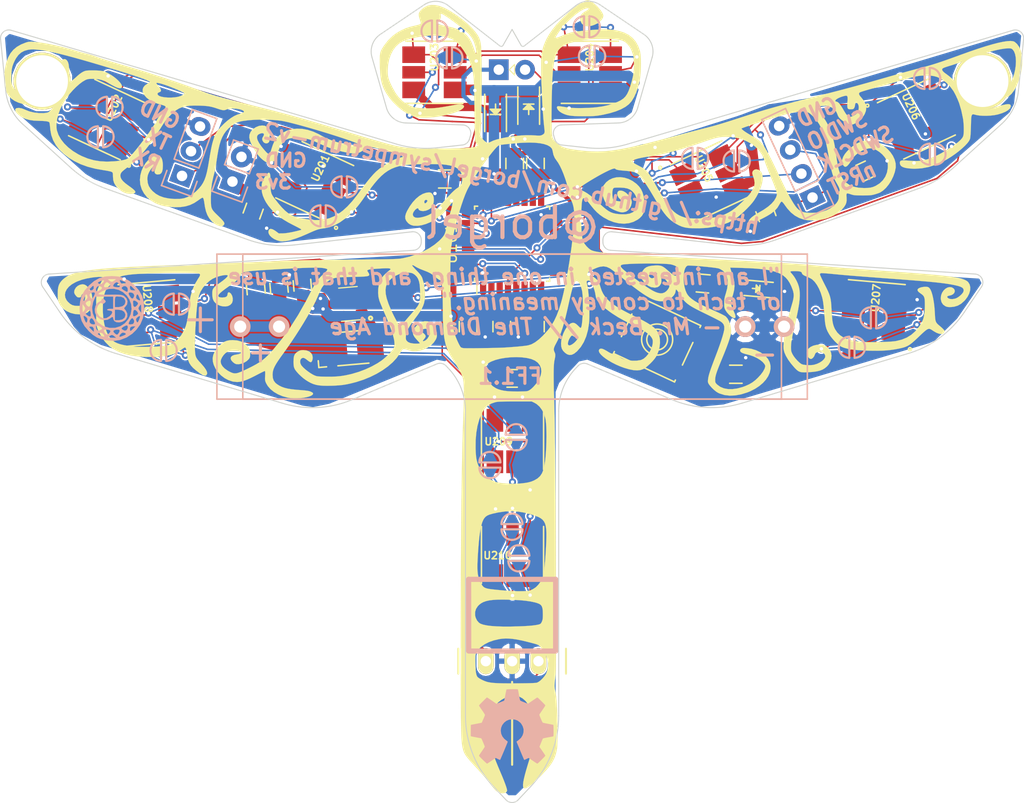
<source format=kicad_pcb>
(kicad_pcb (version 4) (host pcbnew 4.0.6)
  (title_block (title "Sympetrum V2") (date 2017-03-03) (rev A) (company "Ancillary Amalgamation"))
  (layers (0 Top_Copper signal) (31 Bottom_Copper signal) (34 B.Paste user) (35 F.Paste user) (36 B.SilkS user) (37 F.SilkS user) (38 B.Mask user) (39 F.Mask user) (44 Edge.Cuts user))
  (net 0 "")
  (net 1 GND)
  (net 2 +BATT)
  (net 3 /nRST)
  (net 4 /USER_BUTTON)
  (net 5 +3V3)
  (net 6 "Net-(D101-Pad2)")
  (net 7 "Net-(D102-Pad1)")
  (net 8 /IR_TX)
  (net 9 "Net-(D103-Pad1)")
  (net 10 "Net-(L301-Pad2)")
  (net 11 /SWDCLK)
  (net 12 /SWDIO)
  (net 13 /USER_LED)
  (net 14 /LED_MOSI)
  (net 15 /LED_CLK)
  (net 16 "Net-(R301-Pad2)")
  (net 17 "Net-(U101-Pad2)")
  (net 18 "Net-(U101-Pad3)")
  (net 19 /IR_RX)
  (net 20 "Net-(U101-Pad10)")
  (net 21 "Net-(U101-Pad14)")
  (net 22 "Net-(U101-Pad15)")
  (net 23 "Net-(U101-Pad18)")
  (net 24 "Net-(U101-Pad21)")
  (net 25 "Net-(U101-Pad22)")
  (net 26 "Net-(U101-Pad25)")
  (net 27 "Net-(U101-Pad27)")
  (net 28 "Net-(U101-Pad29)")
  (net 29 "Net-(U101-Pad30)")
  (net 30 /LEDArray/SCK-OUT)
  (net 31 /LEDArray/MOSI-OUT)
  (net 32 "Net-(U301-Pad3)")
  (net 33 "Net-(SW101-Pad1)")
  (net 34 /USART1_RX)
  (net 35 /USART1_TX)
  (net 36 "Net-(U101-Pad7)")
  (net 37 "Net-(U101-Pad8)")
  (net 38 "Net-(U101-Pad9)")
  (net 39 "Net-(JP201-Pad2)")
  (net 40 "Net-(JP202-Pad2)")
  (net 41 "Net-(JP203-Pad1)")
  (net 42 "Net-(JP203-Pad2)")
  (net 43 "Net-(JP204-Pad1)")
  (net 44 "Net-(JP204-Pad2)")
  (net 45 "Net-(JP205-Pad2)")
  (net 46 "Net-(JP206-Pad2)")
  (net 47 "Net-(JP207-Pad2)")
  (net 48 "Net-(JP208-Pad2)")
  (net 49 "Net-(JP209-Pad2)")
  (net 50 "Net-(JP210-Pad2)")
  (net 51 "Net-(JP211-Pad2)")
  (net 52 "Net-(JP212-Pad2)")
  (net 53 "Net-(JP213-Pad2)")
  (net 54 "Net-(JP214-Pad2)")
  (net 55 "Net-(JP215-Pad2)")
  (net 56 "Net-(JP216-Pad2)")
  (module oshwlogo-8mm:oshwlogo-8mm_silkscreen-back_8mm (layer Bottom_Copper) (at 138.8 115.8 180)
    (fp_text reference G*** hide)
    (fp_text value oshwlogo-8mm_silkscreen-back_8mm hide)
  )
  (module Measurement_Points:Measurement_Point_Round-SMD-Pad_Small (layer Top_Copper) (at 140.8 105.2)
    (fp_text reference TP_LED_MOSI_O101)
    (fp_text value TEST_1P)
    (pad 1 smd circle (at 0 0) (size 1.5 1.5) (layers Top_Copper F.Mask) (net 31 /LEDArray/MOSI-OUT))
  )
  (module Measurement_Points:Measurement_Point_Round-SMD-Pad_Small (layer Top_Copper) (at 136.8 105.2)
    (fp_text reference TP_LED_CLK_O101)
    (fp_text value TEST_1P)
    (pad 1 smd circle (at 0 0) (size 1.5 1.5) (layers Top_Copper F.Mask) (net 30 /LEDArray/SCK-OUT))
  )
  (module "Borgel Custom:LED-5050" (layer Top_Copper) (at 138.8 99.2 90)
    (fp_text reference U210 (at -0.1 -1.4 360) (layer F.SilkS) (effects (font (size 0.7 0.7))))
    (fp_text value APA102_5050 hide)
    (pad 1 smd rect (at 1.952407 1.737349 180) (size 1.6 2.2) (layers Top_Copper F.Paste F.Mask) (net 54 "Net-(JP214-Pad2)"))
    (pad 2 smd rect (at 1.952407 0.037349 180) (size 1.2 2.2) (layers Top_Copper F.Paste F.Mask) (net 53 "Net-(JP213-Pad2)"))
    (pad 3 smd rect (at 1.952407 -1.662651 180) (size 1.6 2.2) (layers Top_Copper F.Paste F.Mask) (net 1 GND))
    (pad 4 smd rect (at -2.047593 -1.662651 180) (size 1.6 2.2) (layers Top_Copper F.Paste F.Mask) (net 5 +3V3))
    (pad 5 smd rect (at -2.047593 0.037349 180) (size 1.2 2.2) (layers Top_Copper F.Paste F.Mask) (net 30 /LEDArray/SCK-OUT))
    (pad 6 smd rect (at -2.047593 1.737349 180) (size 1.6 2.2) (layers Top_Copper F.Paste F.Mask) (net 31 /LEDArray/MOSI-OUT))
  )
  (module "Borgel Custom:LED-5050" (layer Top_Copper) (at 138.8 88.2 90)
    (fp_text reference U209 (at -0.1 -1.3 360) (layer F.SilkS) (effects (font (size 0.7 0.7))))
    (fp_text value APA102_5050 hide)
    (pad 1 smd rect (at 1.952407 1.737349 180) (size 1.6 2.2) (layers Top_Copper F.Paste F.Mask) (net 50 "Net-(JP210-Pad2)"))
    (pad 2 smd rect (at 1.952407 0.037349 180) (size 1.2 2.2) (layers Top_Copper F.Paste F.Mask) (net 49 "Net-(JP209-Pad2)"))
    (pad 3 smd rect (at 1.952407 -1.662651 180) (size 1.6 2.2) (layers Top_Copper F.Paste F.Mask) (net 1 GND))
    (pad 4 smd rect (at -2.047593 -1.662651 180) (size 1.6 2.2) (layers Top_Copper F.Paste F.Mask) (net 5 +3V3))
    (pad 5 smd rect (at -2.047593 0.037349 180) (size 1.2 2.2) (layers Top_Copper F.Paste F.Mask) (net 53 "Net-(JP213-Pad2)"))
    (pad 6 smd rect (at -2.047593 1.737349 180) (size 1.6 2.2) (layers Top_Copper F.Paste F.Mask) (net 54 "Net-(JP214-Pad2)"))
  )
  (module "Borgel Custom:SOLDER-JUMPER_1-WAY" (layer Bottom_Copper) (at 138.7856 96.52 270)
    (fp_text reference JP217)
    (fp_text value Jumper_NO_Small hide)
    (pad 1 smd trapezoid (at -0.65 0 270) (size 1 1.1) (rect_delta -0.5 0) (layers Bottom_Copper B.Paste B.Mask) (net 53 "Net-(JP213-Pad2)"))
    (pad 2 smd trapezoid (at 0.65 0 270) (size 1 1.1) (rect_delta 0.5 0) (layers Bottom_Copper B.Paste B.Mask) (net 30 /LEDArray/SCK-OUT))
  )
  (module "Borgel Custom:SOLDER-JUMPER_1-WAY" (layer Bottom_Copper) (at 139.192 87.884 270)
    (fp_text reference JP213)
    (fp_text value Jumper_NO_Small hide)
    (pad 1 smd trapezoid (at -0.65 0 270) (size 1 1.1) (rect_delta -0.5 0) (layers Bottom_Copper B.Paste B.Mask) (net 49 "Net-(JP209-Pad2)"))
    (pad 2 smd trapezoid (at 0.65 0 270) (size 1 1.1) (rect_delta 0.5 0) (layers Bottom_Copper B.Paste B.Mask) (net 53 "Net-(JP213-Pad2)"))
  )
  (module "Borgel Custom:SOLDER-JUMPER_1-WAY" (layer Bottom_Copper) (at 136.652 90.566 270)
    (fp_text reference JP214)
    (fp_text value Jumper_NO_Small hide)
    (pad 1 smd trapezoid (at -0.65 0 270) (size 1 1.1) (rect_delta -0.5 0) (layers Bottom_Copper B.Paste B.Mask) (net 50 "Net-(JP210-Pad2)"))
    (pad 2 smd trapezoid (at 0.65 0 270) (size 1 1.1) (rect_delta 0.5 0) (layers Bottom_Copper B.Paste B.Mask) (net 54 "Net-(JP214-Pad2)"))
  )
  (module "Borgel Custom:SOLDER-JUMPER_1-WAY" (layer Bottom_Copper) (at 139.446 99.568 270)
    (fp_text reference JP218)
    (fp_text value Jumper_NO_Small hide)
    (pad 1 smd trapezoid (at -0.65 0 270) (size 1 1.1) (rect_delta -0.5 0) (layers Bottom_Copper B.Paste B.Mask) (net 54 "Net-(JP214-Pad2)"))
    (pad 2 smd trapezoid (at 0.65 0 270) (size 1 1.1) (rect_delta 0.5 0) (layers Bottom_Copper B.Paste B.Mask) (net 31 /LEDArray/MOSI-OUT))
  )
  (module Capacitors_SMD:C_0805 (layer Top_Copper) (at 113.8 66.05 250)
    (fp_text reference C201)
    (fp_text value 22uF)
    (pad 1 smd rect (at -1 0 250) (size 1 1.25) (layers Top_Copper F.Paste F.Mask) (net 5 +3V3))
    (pad 2 smd rect (at 1 0 250) (size 1 1.25) (layers Top_Copper F.Paste F.Mask) (net 1 GND))
  )
  (module Resistors_SMD:R_0805 (layer Top_Copper) (at 114.05 73.45 95)
    (fp_text reference R301)
    (fp_text value 1M)
    (pad 1 smd rect (at -0.95 0 95) (size 0.7 1.3) (layers Top_Copper F.Paste F.Mask) (net 2 +BATT))
    (pad 2 smd rect (at 0.95 0 95) (size 0.7 1.3) (layers Top_Copper F.Paste F.Mask) (net 16 "Net-(R301-Pad2)"))
  )
  (module "Borgel Custom:LED-5050" (layer Top_Copper) (at 103.8 75.862651 5)
    (fp_text reference U208 (at -0.080476 -1.374897 275) (layer F.SilkS) (effects (font (size 0.7 0.7))))
    (fp_text value APA102_5050 hide)
    (pad 1 smd rect (at 1.952407 1.737349 95) (size 1.6 2.2) (layers Top_Copper F.Paste F.Mask) (net 46 "Net-(JP206-Pad2)"))
    (pad 2 smd rect (at 1.952407 0.037349 95) (size 1.2 2.2) (layers Top_Copper F.Paste F.Mask) (net 45 "Net-(JP205-Pad2)"))
    (pad 3 smd rect (at 1.952407 -1.662651 95) (size 1.6 2.2) (layers Top_Copper F.Paste F.Mask) (net 1 GND))
    (pad 4 smd rect (at -2.047593 -1.662651 95) (size 1.6 2.2) (layers Top_Copper F.Paste F.Mask) (net 5 +3V3))
    (pad 5 smd rect (at -2.047593 0.037349 95) (size 1.2 2.2) (layers Top_Copper F.Paste F.Mask) (net 49 "Net-(JP209-Pad2)"))
    (pad 6 smd rect (at -2.047593 1.737349 95) (size 1.6 2.2) (layers Top_Copper F.Paste F.Mask) (net 50 "Net-(JP210-Pad2)"))
  )
  (module "Borgel Custom:Home_5mm" (layer Top_Copper) (at 93.42 53.5)
    (fp_text reference H102 hide)
    (fp_text value Hole_5mm)
    (pad 1 thru_hole circle (at 0 0) (size 5.5 5.5) (drill 5) (layers *.Cu *.Mask F.SilkS))
  )
  (module "Borgel Custom:LED-5050" (layer Top_Copper) (at 99.8 57.2 335)
    (fp_text reference U202 (at -0.011726 -1.208248 605) (layer F.SilkS) (effects (font (size 0.7 0.7))))
    (fp_text value APA102_5050 hide)
    (pad 1 smd rect (at 1.952407 1.737349 65) (size 1.6 2.2) (layers Top_Copper F.Paste F.Mask) (net 40 "Net-(JP202-Pad2)"))
    (pad 2 smd rect (at 1.952407 0.037349 65) (size 1.2 2.2) (layers Top_Copper F.Paste F.Mask) (net 39 "Net-(JP201-Pad2)"))
    (pad 3 smd rect (at 1.952407 -1.662651 65) (size 1.6 2.2) (layers Top_Copper F.Paste F.Mask) (net 1 GND))
    (pad 4 smd rect (at -2.047593 -1.662651 65) (size 1.6 2.2) (layers Top_Copper F.Paste F.Mask) (net 5 +3V3))
    (pad 5 smd rect (at -2.047593 0.037349 65) (size 1.2 2.2) (layers Top_Copper F.Paste F.Mask) (net 47 "Net-(JP207-Pad2)"))
    (pad 6 smd rect (at -2.047593 1.737349 65) (size 1.6 2.2) (layers Top_Copper F.Paste F.Mask) (net 48 "Net-(JP208-Pad2)"))
  )
  (module "Borgel Custom:LED-5050" (layer Top_Copper) (at 131.252407 52.687349 180)
    (fp_text reference U203 (at -0.047593 1.487349 270) (layer F.SilkS) (effects (font (size 0.7 0.7))))
    (fp_text value APA102_5050 hide)
    (pad 1 smd rect (at 1.952407 1.737349 270) (size 1.6 2.2) (layers Top_Copper F.Paste F.Mask) (net 48 "Net-(JP208-Pad2)"))
    (pad 2 smd rect (at 1.952407 0.037349 270) (size 1.2 2.2) (layers Top_Copper F.Paste F.Mask) (net 47 "Net-(JP207-Pad2)"))
    (pad 3 smd rect (at 1.952407 -1.662651 270) (size 1.6 2.2) (layers Top_Copper F.Paste F.Mask) (net 1 GND))
    (pad 4 smd rect (at -2.047593 -1.662651 270) (size 1.6 2.2) (layers Top_Copper F.Paste F.Mask) (net 5 +3V3))
    (pad 5 smd rect (at -2.047593 0.037349 270) (size 1.2 2.2) (layers Top_Copper F.Paste F.Mask) (net 51 "Net-(JP211-Pad2)"))
    (pad 6 smd rect (at -2.047593 1.737349 270) (size 1.6 2.2) (layers Top_Copper F.Paste F.Mask) (net 52 "Net-(JP212-Pad2)"))
  )
  (module LEDs:LED_1206 (layer Top_Copper) (at 140.4 56.21986 270)
    (fp_text reference D102)
    (fp_text value IR25-21C/TR8)
    (pad 2 smd rect (at 1.41986 0 90) (size 1.59766 1.80086) (layers Top_Copper F.Paste F.Mask) (net 8 /IR_TX))
    (pad 1 smd rect (at -1.41986 0 90) (size 1.59766 1.80086) (layers Top_Copper F.Paste F.Mask) (net 7 "Net-(D102-Pad1)"))
  )
  (module LEDs:LED_1206 (layer Top_Copper) (at 137.2 56.21986 90)
    (fp_text reference D103)
    (fp_text value IR25-21C/TR8)
    (pad 2 smd rect (at 1.41986 0 270) (size 1.59766 1.80086) (layers Top_Copper F.Paste F.Mask) (net 7 "Net-(D102-Pad1)"))
    (pad 1 smd rect (at -1.41986 0 270) (size 1.59766 1.80086) (layers Top_Copper F.Paste F.Mask) (net 9 "Net-(D103-Pad1)"))
  )
  (module "Borgel Custom:LED-5050" (layer Top_Copper) (at 146.252407 52.687349 180)
    (fp_text reference U204 (at -0.047593 1.487349 450) (layer F.SilkS) (effects (font (size 0.7 0.7))))
    (fp_text value APA102_5050 hide)
    (pad 1 smd rect (at 1.952407 1.737349 270) (size 1.6 2.2) (layers Top_Copper F.Paste F.Mask) (net 52 "Net-(JP212-Pad2)"))
    (pad 2 smd rect (at 1.952407 0.037349 270) (size 1.2 2.2) (layers Top_Copper F.Paste F.Mask) (net 51 "Net-(JP211-Pad2)"))
    (pad 3 smd rect (at 1.952407 -1.662651 270) (size 1.6 2.2) (layers Top_Copper F.Paste F.Mask) (net 1 GND))
    (pad 4 smd rect (at -2.047593 -1.662651 270) (size 1.6 2.2) (layers Top_Copper F.Paste F.Mask) (net 5 +3V3))
    (pad 5 smd rect (at -2.047593 0.037349 270) (size 1.2 2.2) (layers Top_Copper F.Paste F.Mask) (net 55 "Net-(JP215-Pad2)"))
    (pad 6 smd rect (at -2.047593 1.737349 270) (size 1.6 2.2) (layers Top_Copper F.Paste F.Mask) (net 56 "Net-(JP216-Pad2)"))
  )
  (module "Borgel Custom:LED-5MM-NoSilk" (layer Top_Copper) (at 137.51 52.4)
    (fp_text reference D104)
    (fp_text value PTH_LED)
    (pad 1 thru_hole rect (at 0 0 90) (size 2 1.9) (drill 1.00076) (layers *.Cu *.Mask) (net 9 "Net-(D103-Pad1)"))
    (pad 2 thru_hole circle (at 2.54 0) (size 1.9 1.9) (drill 1.00076) (layers *.Cu *.Mask) (net 8 /IR_TX))
  )
  (module Measurement_Points:Measurement_Point_Round-SMD-Pad_Small (layer Top_Copper) (at 127.8 64.8)
    (fp_text reference TP_LED_CLK101)
    (fp_text value TEST_1P)
    (pad 1 smd circle (at 0 0) (size 1.5 1.5) (layers Top_Copper F.Mask) (net 15 /LED_CLK))
  )
  (module Capacitors_SMD:C_0805 (layer Top_Copper) (at 118.55 73.2 95)
    (fp_text reference C302)
    (fp_text value 4.7uF)
    (pad 1 smd rect (at -1 0 95) (size 1 1.25) (layers Top_Copper F.Paste F.Mask) (net 5 +3V3))
    (pad 2 smd rect (at 1 0 95) (size 1 1.25) (layers Top_Copper F.Paste F.Mask) (net 1 GND))
  )
  (module Capacitors_SMD:C_0805 (layer Top_Copper) (at 116.3 73.45 95)
    (fp_text reference C301)
    (fp_text value 4.7uF)
    (pad 1 smd rect (at -1 0 95) (size 1 1.25) (layers Top_Copper F.Paste F.Mask) (net 2 +BATT))
    (pad 2 smd rect (at 1 0 95) (size 1 1.25) (layers Top_Copper F.Paste F.Mask) (net 1 GND))
  )
  (module "Borgel Custom:LED-5050" (layer Top_Copper) (at 119.8 63.2 335)
    (fp_text reference U201 (at -0.09625 -1.389509 605) (layer F.SilkS) (effects (font (size 0.7 0.7))))
    (fp_text value APA102_5050 hide)
    (pad 1 smd rect (at 1.952407 1.737349 65) (size 1.6 2.2) (layers Top_Copper F.Paste F.Mask) (net 14 /LED_MOSI))
    (pad 2 smd rect (at 1.952407 0.037349 65) (size 1.2 2.2) (layers Top_Copper F.Paste F.Mask) (net 15 /LED_CLK))
    (pad 3 smd rect (at 1.952407 -1.662651 65) (size 1.6 2.2) (layers Top_Copper F.Paste F.Mask) (net 1 GND))
    (pad 4 smd rect (at -2.047593 -1.662651 65) (size 1.6 2.2) (layers Top_Copper F.Paste F.Mask) (net 5 +3V3))
    (pad 5 smd rect (at -2.047593 0.037349 65) (size 1.2 2.2) (layers Top_Copper F.Paste F.Mask) (net 39 "Net-(JP201-Pad2)"))
    (pad 6 smd rect (at -2.047593 1.737349 65) (size 1.6 2.2) (layers Top_Copper F.Paste F.Mask) (net 40 "Net-(JP202-Pad2)"))
  )
  (module Inductors:Inductor_1212 (layer Top_Copper) (at 123.337926 79.261084 5)
    (fp_text reference L301)
    (fp_text value 4.7uH)
    (pad 1 smd rect (at -1.75 0 5) (size 2.5 2.5) (layers Top_Copper F.Paste F.Mask) (net 2 +BATT))
    (pad 2 smd rect (at 1.75 0 5) (size 2.5 2.5) (layers Top_Copper F.Paste F.Mask) (net 10 "Net-(L301-Pad2)"))
  )
  (module Measurement_Points:Measurement_Point_Round-SMD-Pad_Small (layer Top_Copper) (at 126.05 66.7)
    (fp_text reference TP_LED_MOSI101)
    (fp_text value TEST_1P)
    (pad 1 smd circle (at 0 0) (size 1.5 1.5) (layers Top_Copper F.Mask) (net 14 /LED_MOSI))
  )
  (module "Borgel Custom:SOT-23-6" (layer Top_Copper) (at 123.087926 75.011084 185)
    (fp_text reference U301)
    (fp_text value AAT1217-3.3)
    (pad 1 smd rect (at -1.1 -0.95 185) (size 1.06 0.65) (layers Top_Copper F.Paste F.Mask) (net 10 "Net-(L301-Pad2)"))
    (pad 2 smd rect (at -1.1 0 185) (size 1.06 0.65) (layers Top_Copper F.Paste F.Mask) (net 1 GND))
    (pad 3 smd rect (at -1.1 0.95 185) (size 1.06 0.65) (layers Top_Copper F.Paste F.Mask) (net 32 "Net-(U301-Pad3)"))
    (pad 4 smd rect (at 1.1 0.95 185) (size 1.06 0.65) (layers Top_Copper F.Paste F.Mask) (net 16 "Net-(R301-Pad2)"))
    (pad 6 smd rect (at 1.1 -0.95 185) (size 1.06 0.65) (layers Top_Copper F.Paste F.Mask) (net 2 +BATT))
    (pad 5 smd rect (at 1.1 0 185) (size 1.06 0.65) (layers Top_Copper F.Paste F.Mask) (net 5 +3V3))
  )
  (module Resistors_SMD:R_0805 (layer Top_Copper) (at 132.3 62.95)
    (fp_text reference R103)
    (fp_text value 36R)
    (pad 1 smd rect (at -0.95 0) (size 0.7 1.3) (layers Top_Copper F.Paste F.Mask) (net 1 GND))
    (pad 2 smd rect (at 0.95 0) (size 0.7 1.3) (layers Top_Copper F.Paste F.Mask) (net 9 "Net-(D103-Pad1)"))
  )
  (module Capacitors_SMD:C_0805 (layer Top_Copper) (at 139.05 61.45 90)
    (fp_text reference C106)
    (fp_text value 4.7uF)
    (pad 1 smd rect (at -1 0 90) (size 1 1.25) (layers Top_Copper F.Paste F.Mask) (net 5 +3V3))
    (pad 2 smd rect (at 1 0 90) (size 1 1.25) (layers Top_Copper F.Paste F.Mask) (net 1 GND))
  )
  (module Capacitors_SMD:C_0805 (layer Top_Copper) (at 141.05 61.45 90)
    (fp_text reference C104)
    (fp_text value 0.1uF)
    (pad 1 smd rect (at -1 0 90) (size 1 1.25) (layers Top_Copper F.Paste F.Mask) (net 5 +3V3))
    (pad 2 smd rect (at 1 0 90) (size 1 1.25) (layers Top_Copper F.Paste F.Mask) (net 1 GND))
  )
  (module Housings_QFP:LQFP-32_7x7mm_Pitch0.8mm (layer Top_Copper) (at 138.8 69.2 90)
    (fp_text reference U101 (at 0 -5.85 90) (layer F.SilkS))
    (fp_text value STM32F030K6T6)
    (pad 1 smd rect (at -4.25 -2.8 90) (size 1.2 0.6) (layers Top_Copper F.Paste F.Mask) (net 5 +3V3))
    (pad 2 smd rect (at -4.25 -2 90) (size 1.2 0.6) (layers Top_Copper F.Paste F.Mask) (net 17 "Net-(U101-Pad2)"))
    (pad 3 smd rect (at -4.25 -1.2 90) (size 1.2 0.6) (layers Top_Copper F.Paste F.Mask) (net 18 "Net-(U101-Pad3)"))
    (pad 4 smd rect (at -4.25 -0.4 90) (size 1.2 0.6) (layers Top_Copper F.Paste F.Mask) (net 3 /nRST))
    (pad 5 smd rect (at -4.25 0.4 90) (size 1.2 0.6) (layers Top_Copper F.Paste F.Mask) (net 5 +3V3))
    (pad 6 smd rect (at -4.25 1.2 90) (size 1.2 0.6) (layers Top_Copper F.Paste F.Mask) (net 4 /USER_BUTTON))
    (pad 7 smd rect (at -4.25 2 90) (size 1.2 0.6) (layers Top_Copper F.Paste F.Mask) (net 36 "Net-(U101-Pad7)"))
    (pad 8 smd rect (at -4.25 2.8 90) (size 1.2 0.6) (layers Top_Copper F.Paste F.Mask) (net 37 "Net-(U101-Pad8)"))
    (pad 9 smd rect (at -2.8 4.25 180) (size 1.2 0.6) (layers Top_Copper F.Paste F.Mask) (net 38 "Net-(U101-Pad9)"))
    (pad 10 smd rect (at -2 4.25 180) (size 1.2 0.6) (layers Top_Copper F.Paste F.Mask) (net 20 "Net-(U101-Pad10)"))
    (pad 11 smd rect (at -1.2 4.25 180) (size 1.2 0.6) (layers Top_Copper F.Paste F.Mask) (net 13 /USER_LED))
    (pad 12 smd rect (at -0.4 4.25 180) (size 1.2 0.6) (layers Top_Copper F.Paste F.Mask) (net 19 /IR_RX))
    (pad 13 smd rect (at 0.4 4.25 180) (size 1.2 0.6) (layers Top_Copper F.Paste F.Mask) (net 8 /IR_TX))
    (pad 14 smd rect (at 1.2 4.25 180) (size 1.2 0.6) (layers Top_Copper F.Paste F.Mask) (net 21 "Net-(U101-Pad14)"))
    (pad 15 smd rect (at 2 4.25 180) (size 1.2 0.6) (layers Top_Copper F.Paste F.Mask) (net 22 "Net-(U101-Pad15)"))
    (pad 16 smd rect (at 2.8 4.25 180) (size 1.2 0.6) (layers Top_Copper F.Paste F.Mask) (net 1 GND))
    (pad 17 smd rect (at 4.25 2.8 90) (size 1.2 0.6) (layers Top_Copper F.Paste F.Mask) (net 5 +3V3))
    (pad 18 smd rect (at 4.25 2 90) (size 1.2 0.6) (layers Top_Copper F.Paste F.Mask) (net 23 "Net-(U101-Pad18)"))
    (pad 19 smd rect (at 4.25 1.2 90) (size 1.2 0.6) (layers Top_Copper F.Paste F.Mask) (net 35 /USART1_TX))
    (pad 20 smd rect (at 4.25 0.4 90) (size 1.2 0.6) (layers Top_Copper F.Paste F.Mask) (net 34 /USART1_RX))
    (pad 21 smd rect (at 4.25 -0.4 90) (size 1.2 0.6) (layers Top_Copper F.Paste F.Mask) (net 24 "Net-(U101-Pad21)"))
    (pad 22 smd rect (at 4.25 -1.2 90) (size 1.2 0.6) (layers Top_Copper F.Paste F.Mask) (net 25 "Net-(U101-Pad22)"))
    (pad 23 smd rect (at 4.25 -2 90) (size 1.2 0.6) (layers Top_Copper F.Paste F.Mask) (net 12 /SWDIO))
    (pad 24 smd rect (at 4.25 -2.8 90) (size 1.2 0.6) (layers Top_Copper F.Paste F.Mask) (net 11 /SWDCLK))
    (pad 25 smd rect (at 2.8 -4.25 180) (size 1.2 0.6) (layers Top_Copper F.Paste F.Mask) (net 26 "Net-(U101-Pad25)"))
    (pad 26 smd rect (at 2 -4.25 180) (size 1.2 0.6) (layers Top_Copper F.Paste F.Mask) (net 15 /LED_CLK))
    (pad 27 smd rect (at 1.2 -4.25 180) (size 1.2 0.6) (layers Top_Copper F.Paste F.Mask) (net 27 "Net-(U101-Pad27)"))
    (pad 28 smd rect (at 0.4 -4.25 180) (size 1.2 0.6) (layers Top_Copper F.Paste F.Mask) (net 14 /LED_MOSI))
    (pad 29 smd rect (at -0.4 -4.25 180) (size 1.2 0.6) (layers Top_Copper F.Paste F.Mask) (net 28 "Net-(U101-Pad29)"))
    (pad 30 smd rect (at -1.2 -4.25 180) (size 1.2 0.6) (layers Top_Copper F.Paste F.Mask) (net 29 "Net-(U101-Pad30)"))
    (pad 31 smd rect (at -2 -4.25 180) (size 1.2 0.6) (layers Top_Copper F.Paste F.Mask) (net 4 /USER_BUTTON))
    (pad 32 smd rect (at -2.8 -4.25 180) (size 1.2 0.6) (layers Top_Copper F.Paste F.Mask) (net 1 GND))
  )
  (module Resistors_SMD:R_0805 (layer Top_Copper) (at 160.4 81.8)
    (fp_text reference R101)
    (fp_text value 10k)
    (pad 1 smd rect (at -0.95 0) (size 0.7 1.3) (layers Top_Copper F.Paste F.Mask) (net 4 /USER_BUTTON))
    (pad 2 smd rect (at 0.95 0) (size 0.7 1.3) (layers Top_Copper F.Paste F.Mask) (net 1 GND))
  )
  (module LEDs:LED_0805 (layer Top_Copper) (at 162.345028 73.541428 175)
    (fp_text reference D101)
    (fp_text value USER_LED)
    (pad 2 smd rect (at 1.04902 0 355) (size 1.19888 1.19888) (layers Top_Copper F.Paste F.Mask) (net 6 "Net-(D101-Pad2)"))
    (pad 1 smd rect (at -1.04902 0 355) (size 1.19888 1.19888) (layers Top_Copper F.Paste F.Mask) (net 1 GND))
  )
  (module "Borgel Custom:LED-5050" (layer Top_Copper) (at 157.8 63.2 205)
    (fp_text reference U205 (at -0.075119 1.344194 475) (layer F.SilkS) (effects (font (size 0.7 0.7))))
    (fp_text value APA102_5050 hide)
    (pad 1 smd rect (at 1.952407 1.737349 295) (size 1.6 2.2) (layers Top_Copper F.Paste F.Mask) (net 56 "Net-(JP216-Pad2)"))
    (pad 2 smd rect (at 1.952407 0.037349 295) (size 1.2 2.2) (layers Top_Copper F.Paste F.Mask) (net 55 "Net-(JP215-Pad2)"))
    (pad 3 smd rect (at 1.952407 -1.662651 295) (size 1.6 2.2) (layers Top_Copper F.Paste F.Mask) (net 1 GND))
    (pad 4 smd rect (at -2.047593 -1.662651 295) (size 1.6 2.2) (layers Top_Copper F.Paste F.Mask) (net 5 +3V3))
    (pad 5 smd rect (at -2.047593 0.037349 295) (size 1.2 2.2) (layers Top_Copper F.Paste F.Mask) (net 41 "Net-(JP203-Pad1)"))
    (pad 6 smd rect (at -2.047593 1.737349 295) (size 1.6 2.2) (layers Top_Copper F.Paste F.Mask) (net 43 "Net-(JP204-Pad1)"))
  )
  (module Resistors_SMD:R_0805 (layer Top_Copper) (at 157.246385 73.032798 175)
    (fp_text reference R102)
    (fp_text value 0R)
    (pad 1 smd rect (at -0.95 0 175) (size 0.7 1.3) (layers Top_Copper F.Paste F.Mask) (net 6 "Net-(D101-Pad2)"))
    (pad 2 smd rect (at 0.95 0 175) (size 0.7 1.3) (layers Top_Copper F.Paste F.Mask) (net 13 /USER_LED))
  )
  (module Capacitors_SMD:C_0805 (layer Top_Copper) (at 163.3 66.3 290)
    (fp_text reference C202)
    (fp_text value 22uF)
    (pad 1 smd rect (at -1 0 290) (size 1 1.25) (layers Top_Copper F.Paste F.Mask) (net 5 +3V3))
    (pad 2 smd rect (at 1 0 290) (size 1 1.25) (layers Top_Copper F.Paste F.Mask) (net 1 GND))
  )
  (module Capacitors_SMD:C_0805 (layer Top_Copper) (at 172.8 62.2 25)
    (fp_text reference C101)
    (fp_text value 0.1uF)
    (pad 1 smd rect (at -1 0 25) (size 1 1.25) (layers Top_Copper F.Paste F.Mask) (net 3 /nRST))
    (pad 2 smd rect (at 1 0 25) (size 1 1.25) (layers Top_Copper F.Paste F.Mask) (net 1 GND))
  )
  (module "Borgel Custom:LED-5050" (layer Top_Copper) (at 173.8 75.862651 355)
    (fp_text reference U207 (at -0.005548 -1.417562 625) (layer F.SilkS) (effects (font (size 0.7 0.7))))
    (fp_text value APA102_5050 hide)
    (pad 1 smd rect (at 1.952407 1.737349 85) (size 1.6 2.2) (layers Top_Copper F.Paste F.Mask) (net 44 "Net-(JP204-Pad2)"))
    (pad 2 smd rect (at 1.952407 0.037349 85) (size 1.2 2.2) (layers Top_Copper F.Paste F.Mask) (net 42 "Net-(JP203-Pad2)"))
    (pad 3 smd rect (at 1.952407 -1.662651 85) (size 1.6 2.2) (layers Top_Copper F.Paste F.Mask) (net 1 GND))
    (pad 4 smd rect (at -2.047593 -1.662651 85) (size 1.6 2.2) (layers Top_Copper F.Paste F.Mask) (net 5 +3V3))
    (pad 5 smd rect (at -2.047593 0.037349 85) (size 1.2 2.2) (layers Top_Copper F.Paste F.Mask) (net 45 "Net-(JP205-Pad2)"))
    (pad 6 smd rect (at -2.047593 1.737349 85) (size 1.6 2.2) (layers Top_Copper F.Paste F.Mask) (net 46 "Net-(JP206-Pad2)"))
  )
  (module "Borgel Custom:LED-5050" (layer Top_Copper) (at 177.8 57.2 205)
    (fp_text reference U206 (at -0.075119 1.344194 475) (layer F.SilkS) (effects (font (size 0.7 0.7))))
    (fp_text value APA102_5050 hide)
    (pad 1 smd rect (at 1.952407 1.737349 295) (size 1.6 2.2) (layers Top_Copper F.Paste F.Mask) (net 43 "Net-(JP204-Pad1)"))
    (pad 2 smd rect (at 1.952407 0.037349 295) (size 1.2 2.2) (layers Top_Copper F.Paste F.Mask) (net 41 "Net-(JP203-Pad1)"))
    (pad 3 smd rect (at 1.952407 -1.662651 295) (size 1.6 2.2) (layers Top_Copper F.Paste F.Mask) (net 1 GND))
    (pad 4 smd rect (at -2.047593 -1.662651 295) (size 1.6 2.2) (layers Top_Copper F.Paste F.Mask) (net 5 +3V3))
    (pad 5 smd rect (at -2.047593 0.037349 295) (size 1.2 2.2) (layers Top_Copper F.Paste F.Mask) (net 42 "Net-(JP203-Pad2)"))
    (pad 6 smd rect (at -2.047593 1.737349 295) (size 1.6 2.2) (layers Top_Copper F.Paste F.Mask) (net 44 "Net-(JP204-Pad2)"))
  )
  (module "Borgel Custom:Home_5mm" (layer Top_Copper) (at 184.2152 53.5)
    (fp_text reference H101 hide)
    (fp_text value Hole_5mm)
    (pad 1 thru_hole circle (at 0 0) (size 5.5 5.5) (drill 5) (layers *.Cu *.Mask F.SilkS))
  )
  (module Capacitors_SMD:C_0805 (layer Top_Copper) (at 138.8 82.2)
    (fp_text reference C203)
    (fp_text value 22uF)
    (pad 1 smd rect (at -1 0) (size 1 1.25) (layers Top_Copper F.Paste F.Mask) (net 5 +3V3))
    (pad 2 smd rect (at 1 0) (size 1 1.25) (layers Top_Copper F.Paste F.Mask) (net 1 GND))
  )
  (module "Borgel Custom:SW_SPST_EVQP0_DPLIT" (layer Top_Copper) (at 152.8 78.45 335)
    (fp_text reference SW101)
    (fp_text value DFU)
    (pad 3 smd rect (at 3.4 -2 335) (size 3.2 1) (layers Top_Copper F.Paste F.Mask) (net 5 +3V3))
    (pad 1 smd rect (at -3.4 -2 335) (size 3.2 1) (layers Top_Copper F.Paste F.Mask) (net 33 "Net-(SW101-Pad1)"))
    (pad 2 smd rect (at -3.4 2 335) (size 3.2 1) (layers Top_Copper F.Paste F.Mask) (net 4 /USER_BUTTON))
    (pad 4 smd rect (at 3.4 2 335) (size 3.2 1) (layers Top_Copper F.Paste F.Mask) (net 4 /USER_BUTTON))
  )
  (module Capacitors_SMD:C_0805 (layer Top_Copper) (at 134.55 77.2 270)
    (fp_text reference C105)
    (fp_text value 0.1uF)
    (pad 1 smd rect (at -1 0 270) (size 1 1.25) (layers Top_Copper F.Paste F.Mask) (net 5 +3V3))
    (pad 2 smd rect (at 1 0 270) (size 1 1.25) (layers Top_Copper F.Paste F.Mask) (net 1 GND))
  )
  (module Capacitors_SMD:C_0805 (layer Top_Copper) (at 137.8 77.2 270)
    (fp_text reference C103)
    (fp_text value 1uF)
    (pad 1 smd rect (at -1 0 270) (size 1 1.25) (layers Top_Copper F.Paste F.Mask) (net 5 +3V3))
    (pad 2 smd rect (at 1 0 270) (size 1 1.25) (layers Top_Copper F.Paste F.Mask) (net 1 GND))
  )
  (module Capacitors_SMD:C_0805 (layer Top_Copper) (at 141.05 77.2 270)
    (fp_text reference C102)
    (fp_text value 10nF)
    (pad 1 smd rect (at -1 0 270) (size 1 1.25) (layers Top_Copper F.Paste F.Mask) (net 5 +3V3))
    (pad 2 smd rect (at 1 0 270) (size 1 1.25) (layers Top_Copper F.Paste F.Mask) (net 1 GND))
  )
  (module "Borgel Custom:SOLDER-JUMPER_1-WAY" (layer Bottom_Copper) (at 122.5948 63.7136 180)
    (fp_text reference JP201)
    (fp_text value Jumper_NO_Small hide)
    (pad 1 smd trapezoid (at -0.65 0 180) (size 1 1.1) (rect_delta -0.5 0) (layers Bottom_Copper B.Paste B.Mask) (net 15 /LED_CLK))
    (pad 2 smd trapezoid (at 0.65 0 180) (size 1 1.1) (rect_delta 0.5 0) (layers Bottom_Copper B.Paste B.Mask) (net 39 "Net-(JP201-Pad2)"))
  )
  (module Pin_Headers:Pin_Header_Straight_1x03 (layer Bottom_Copper) (at 106.931269 62.653452 340)
    (fp_text reference J_UART101)
    (fp_text value CONN_01x03)
    (pad 1 thru_hole rect (at 0 0 340) (size 2.032 1.7272) (drill 1.016) (layers *.Cu *.Mask) (net 34 /USART1_RX))
    (pad 2 thru_hole oval (at 0 -2.54 340) (size 2.032 1.7272) (drill 1.016) (layers *.Cu *.Mask) (net 35 /USART1_TX))
    (pad 3 thru_hole oval (at 0 -5.08 340) (size 2.032 1.7272) (drill 1.016) (layers *.Cu *.Mask) (net 1 GND))
  )
  (module Pin_Headers:Pin_Header_Straight_1x02 (layer Bottom_Copper) (at 111.8 63.2 340)
    (fp_text reference J_PWR301)
    (fp_text value CONN_01x02)
    (pad 1 thru_hole rect (at 0 0 340) (size 2.032 2.032) (drill 1.016) (layers *.Cu *.Mask) (net 5 +3V3))
    (pad 2 thru_hole oval (at 0 -2.54 340) (size 2.032 2.032) (drill 1.016) (layers *.Cu *.Mask) (net 1 GND))
  )
  (module "Borgel Custom:SOLDER-JUMPER_1-WAY" (layer Bottom_Copper) (at 120.5524 66.5076 180)
    (fp_text reference JP202)
    (fp_text value Jumper_NO_Small hide)
    (pad 1 smd trapezoid (at -0.65 0 180) (size 1 1.1) (rect_delta -0.5 0) (layers Bottom_Copper B.Paste B.Mask) (net 14 /LED_MOSI))
    (pad 2 smd trapezoid (at 0.65 0 180) (size 1 1.1) (rect_delta 0.5 0) (layers Bottom_Copper B.Paste B.Mask) (net 40 "Net-(JP202-Pad2)"))
  )
  (module "Borgel Custom:SOLDER-JUMPER_1-WAY" (layer Bottom_Copper) (at 99.06 58.8772 180)
    (fp_text reference JP208)
    (fp_text value Jumper_NO_Small hide)
    (pad 1 smd trapezoid (at -0.65 0 180) (size 1 1.1) (rect_delta -0.5 0) (layers Bottom_Copper B.Paste B.Mask) (net 40 "Net-(JP202-Pad2)"))
    (pad 2 smd trapezoid (at 0.65 0 180) (size 1 1.1) (rect_delta 0.5 0) (layers Bottom_Copper B.Paste B.Mask) (net 48 "Net-(JP208-Pad2)"))
  )
  (module "Borgel Custom:SOLDER-JUMPER_1-WAY" (layer Bottom_Copper) (at 99.934 56.0324 180)
    (fp_text reference JP207)
    (fp_text value Jumper_NO_Small hide)
    (pad 1 smd trapezoid (at -0.65 0 180) (size 1 1.1) (rect_delta -0.5 0) (layers Bottom_Copper B.Paste B.Mask) (net 39 "Net-(JP201-Pad2)"))
    (pad 2 smd trapezoid (at 0.65 0 180) (size 1 1.1) (rect_delta 0.5 0) (layers Bottom_Copper B.Paste B.Mask) (net 47 "Net-(JP207-Pad2)"))
  )
  (module "Borgel Custom:SOLDER-JUMPER_1-WAY" (layer Bottom_Copper) (at 106.3856 75.0316 180)
    (fp_text reference JP209)
    (fp_text value Jumper_NO_Small hide)
    (pad 1 smd trapezoid (at -0.65 0 180) (size 1 1.1) (rect_delta -0.5 0) (layers Bottom_Copper B.Paste B.Mask) (net 45 "Net-(JP205-Pad2)"))
    (pad 2 smd trapezoid (at 0.65 0 180) (size 1 1.1) (rect_delta 0.5 0) (layers Bottom_Copper B.Paste B.Mask) (net 49 "Net-(JP209-Pad2)"))
  )
  (module "Borgel Custom:SOLDER-JUMPER_1-WAY" (layer Bottom_Copper) (at 105.156 79.502 180)
    (fp_text reference JP210)
    (fp_text value Jumper_NO_Small hide)
    (pad 1 smd trapezoid (at -0.65 0 180) (size 1 1.1) (rect_delta -0.5 0) (layers Bottom_Copper B.Paste B.Mask) (net 46 "Net-(JP206-Pad2)"))
    (pad 2 smd trapezoid (at 0.65 0 180) (size 1 1.1) (rect_delta 0.5 0) (layers Bottom_Copper B.Paste B.Mask) (net 50 "Net-(JP210-Pad2)"))
  )
  (module "Borgel Custom:BCAAAPC+BCAAPC-ChinaFixed" (layer Bottom_Copper) (at 138.8 77.2)
    (fp_text reference B301)
    (fp_text value BCAAAPC_+_BCAAPC)
    (fp_text user - (at 24.384 2.6) (layer B.SilkS) (effects (font (size 2 2) (thickness 0.3)) (justify mirror)))
    (fp_text user + (at -24.4475 2.54 270) (layer B.SilkS) (effects (font (size 2 2) (thickness 0.3)) (justify mirror)))
    (pad 2 thru_hole circle (at 22.5 0) (size 2 2) (drill 1.17) (layers *.Cu *.Mask B.SilkS) (net 1 GND))
    (pad 1 thru_hole circle (at -22.5 0) (size 2 2) (drill 1.17) (layers *.Cu *.Mask B.SilkS) (net 2 +BATT))
    (pad 2 thru_hole circle (at 26.25 0) (size 2 2) (drill 1.17) (layers *.Cu *.Mask B.SilkS) (net 1 GND))
    (pad 1 thru_hole circle (at -26.25 0) (size 2 2) (drill 1.17) (layers *.Cu *.Mask B.SilkS) (net 2 +BATT))
  )
  (module Pin_Headers:Pin_Header_Straight_1x04 (layer Bottom_Copper) (at 167.8 64.74 25)
    (fp_text reference J_PROG101)
    (fp_text value CONN_01x04)
    (pad 1 thru_hole rect (at 0 0 25) (size 2.032 1.7272) (drill 1.016) (layers *.Cu *.Mask) (net 3 /nRST))
    (pad 2 thru_hole oval (at 0 -2.54 25) (size 2.032 1.7272) (drill 1.016) (layers *.Cu *.Mask) (net 11 /SWDCLK))
    (pad 3 thru_hole oval (at 0 -5.08 25) (size 2.032 1.7272) (drill 1.016) (layers *.Cu *.Mask) (net 12 /SWDIO))
    (pad 4 thru_hole oval (at 0 -7.62 25) (size 2.032 1.7272) (drill 1.016) (layers *.Cu *.Mask) (net 1 GND))
  )
  (module "Borgel Custom:SOLDER-JUMPER_1-WAY" (layer Bottom_Copper) (at 173.6852 76.3524 180)
    (fp_text reference JP205)
    (fp_text value Jumper_NO_Small hide)
    (pad 1 smd trapezoid (at -0.65 0 180) (size 1 1.1) (rect_delta -0.5 0) (layers Bottom_Copper B.Paste B.Mask) (net 42 "Net-(JP203-Pad2)"))
    (pad 2 smd trapezoid (at 0.65 0 180) (size 1 1.1) (rect_delta 0.5 0) (layers Bottom_Copper B.Paste B.Mask) (net 45 "Net-(JP205-Pad2)"))
  )
  (module "Borgel Custom:SOLDER-JUMPER_1-WAY" (layer Bottom_Copper) (at 171.6024 79.1972 180)
    (fp_text reference JP206)
    (fp_text value Jumper_NO_Small hide)
    (pad 1 smd trapezoid (at -0.65 0 180) (size 1 1.1) (rect_delta -0.5 0) (layers Bottom_Copper B.Paste B.Mask) (net 44 "Net-(JP204-Pad2)"))
    (pad 2 smd trapezoid (at 0.65 0 180) (size 1 1.1) (rect_delta 0.5 0) (layers Bottom_Copper B.Paste B.Mask) (net 46 "Net-(JP206-Pad2)"))
  )
  (module "Borgel Custom:SOLDER-JUMPER_1-WAY" (layer Bottom_Copper) (at 179.3748 60.5536)
    (fp_text reference JP203)
    (fp_text value Jumper_NO_Small hide)
    (pad 1 smd trapezoid (at -0.65 0) (size 1 1.1) (rect_delta -0.5 0) (layers Bottom_Copper B.Paste B.Mask) (net 41 "Net-(JP203-Pad1)"))
    (pad 2 smd trapezoid (at 0.65 0) (size 1 1.1) (rect_delta 0.5 0) (layers Bottom_Copper B.Paste B.Mask) (net 42 "Net-(JP203-Pad2)"))
  )
  (module "Borgel Custom:SOLDER-JUMPER_1-WAY" (layer Bottom_Copper) (at 178.8668 53.2384)
    (fp_text reference JP204)
    (fp_text value Jumper_NO_Small hide)
    (pad 1 smd trapezoid (at -0.65 0) (size 1 1.1) (rect_delta -0.5 0) (layers Bottom_Copper B.Paste B.Mask) (net 43 "Net-(JP204-Pad1)"))
    (pad 2 smd trapezoid (at 0.65 0) (size 1 1.1) (rect_delta 0.5 0) (layers Bottom_Copper B.Paste B.Mask) (net 44 "Net-(JP204-Pad2)"))
  )
  (module "Borgel Custom:SOLDER-JUMPER_1-WAY" (layer Bottom_Copper) (at 156.464 60.96)
    (fp_text reference JP220)
    (fp_text value Jumper_NO_Small hide)
    (pad 1 smd trapezoid (at -0.65 0) (size 1 1.1) (rect_delta -0.5 0) (layers Bottom_Copper B.Paste B.Mask) (net 56 "Net-(JP216-Pad2)"))
    (pad 2 smd trapezoid (at 0.65 0) (size 1 1.1) (rect_delta 0.5 0) (layers Bottom_Copper B.Paste B.Mask) (net 43 "Net-(JP204-Pad1)"))
  )
  (module "Borgel Custom:SOLDER-JUMPER_1-WAY" (layer Bottom_Copper) (at 160.4772 61.214)
    (fp_text reference JP219)
    (fp_text value Jumper_NO_Small hide)
    (pad 1 smd trapezoid (at -0.65 0) (size 1 1.1) (rect_delta -0.5 0) (layers Bottom_Copper B.Paste B.Mask) (net 55 "Net-(JP215-Pad2)"))
    (pad 2 smd trapezoid (at 0.65 0) (size 1 1.1) (rect_delta 0.5 0) (layers Bottom_Copper B.Paste B.Mask) (net 41 "Net-(JP203-Pad1)"))
  )
  (module "Borgel Custom:SOLDER-JUMPER_1-WAY" (layer Bottom_Copper) (at 145.9992 48.26)
    (fp_text reference JP216)
    (fp_text value Jumper_NO_Small hide)
    (pad 1 smd trapezoid (at -0.65 0) (size 1 1.1) (rect_delta -0.5 0) (layers Bottom_Copper B.Paste B.Mask) (net 52 "Net-(JP212-Pad2)"))
    (pad 2 smd trapezoid (at 0.65 0) (size 1 1.1) (rect_delta 0.5 0) (layers Bottom_Copper B.Paste B.Mask) (net 56 "Net-(JP216-Pad2)"))
  )
  (module "Borgel Custom:SOLDER-JUMPER_1-WAY" (layer Bottom_Copper) (at 146.5176 51.1048)
    (fp_text reference JP215)
    (fp_text value Jumper_NO_Small hide)
    (pad 1 smd trapezoid (at -0.65 0) (size 1 1.1) (rect_delta -0.5 0) (layers Bottom_Copper B.Paste B.Mask) (net 51 "Net-(JP211-Pad2)"))
    (pad 2 smd trapezoid (at 0.65 0) (size 1 1.1) (rect_delta 0.5 0) (layers Bottom_Copper B.Paste B.Mask) (net 55 "Net-(JP215-Pad2)"))
  )
  (module "Borgel Custom:SOLDER-JUMPER_1-WAY" (layer Bottom_Copper) (at 131.318 48.6664)
    (fp_text reference JP212)
    (fp_text value Jumper_NO_Small hide)
    (pad 1 smd trapezoid (at -0.65 0) (size 1 1.1) (rect_delta -0.5 0) (layers Bottom_Copper B.Paste B.Mask) (net 48 "Net-(JP208-Pad2)"))
    (pad 2 smd trapezoid (at 0.65 0) (size 1 1.1) (rect_delta 0.5 0) (layers Bottom_Copper B.Paste B.Mask) (net 52 "Net-(JP212-Pad2)"))
  )
  (module "Borgel Custom:SOLDER-JUMPER_1-WAY" (layer Bottom_Copper) (at 132.7404 51.2572)
    (fp_text reference JP211)
    (fp_text value Jumper_NO_Small hide)
    (pad 1 smd trapezoid (at -0.65 0) (size 1 1.1) (rect_delta -0.5 0) (layers Bottom_Copper B.Paste B.Mask) (net 47 "Net-(JP207-Pad2)"))
    (pad 2 smd trapezoid (at 0.65 0) (size 1 1.1) (rect_delta 0.5 0) (layers Bottom_Copper B.Paste B.Mask) (net 51 "Net-(JP211-Pad2)"))
  )
  (module "Borgel Custom:TO-220_Neutral123_Vertical_LayDown-NoSilk" (layer Top_Copper) (at 138.8 109.5 180)
    (fp_text reference U102)
    (fp_text value TSSP58P38)
    (pad 2 thru_hole oval (at 0 0 270) (size 2.5 1.5) (drill 1.00076) (layers *.Cu *.Mask F.SilkS) (net 1 GND))
    (pad 1 thru_hole oval (at -2.54 0 270) (size 2.5 1.5) (drill 1.00076) (layers *.Cu *.Mask F.SilkS) (net 19 /IR_RX))
    (pad 3 thru_hole oval (at 2.54 0 270) (size 2.5 1.5) (drill 1.00076) (layers *.Cu *.Mask F.SilkS) (net 5 +3V3))
  )
  (module "Borgel Custom:BTG Logo 0.25in" (layer Bottom_Copper) (at 100.2 75.4 180)
    (fp_text reference G*** hide)
    (fp_text value LOGO hide)
  )
  (module "Borgel Custom:Sympetrum-V2 FF1.1 HDPI Fancy Mask" (layer Top_Copper) (at 139.4 83.2)
    (fp_text reference G*** hide)
    (fp_text value LOGO hide)
  )
  (gr_text FF1.1 (at 138.6 82) (layer B.SilkS) (effects (font (size 1.5 1.5) (thickness 0.3)) (justify mirror)))
  (gr_text @borgel (at 138.8 67.2) (layer B.SilkS) (effects (font (size 3 2.8) (thickness 0.4)) (justify mirror)))
  (gr_text "\"I am interested in one thing, and that is use\nof tech to convey meaning.\"\n     - Mr. Beck // The Diamond Age" (at 165 74.8) (layer B.SilkS) (effects (font (size 1.5 1.5) (thickness 0.3) italic) (justify left mirror)))
  (gr_text + (at 108.701 76.312) (layer B.SilkS) (effects (font (size 3 3) (thickness 0.3)) (justify mirror)))
  (gr_arc (start 134.010083 58.531963) (end 134.777323 58.758551) (angle -104.4533962) (layer Edge.Cuts) (width 0.1))
  (gr_line (start 131.55861 59.93416) (end 133.995623 59.669115) (layer Edge.Cuts) (width 0.1))
  (gr_line (start 134.038003 57.73245) (end 128.526794 57.539994) (layer Edge.Cuts) (width 0.1))
  (gr_line (start 126.674069 56.092487) (end 125.270019 51.195984) (layer Edge.Cuts) (width 0.1))
  (gr_arc (start 133.909127 58.873805) (end 133.995623 59.669115) (angle -67.33963209) (layer Edge.Cuts) (width 0.1))
  (gr_arc (start 130.477407 49.992782) (end 127.645053 59.583286) (angle -22.66036791) (layer Edge.Cuts) (width 0.1))
  (gr_line (start 134.676367 59.100393) (end 134.777323 58.758551) (layer Edge.Cuts) (width 0.1))
  (gr_line (start 90.436183 48.594429) (end 127.645053 59.583286) (layer Edge.Cuts) (width 0.1))
  (gr_arc (start 128.596593 55.541213) (end 126.674069 56.092487) (angle -72) (layer Edge.Cuts) (width 0.1))
  (gr_line (start 130.027333 69.040488) (end 130.02874 68.846228) (layer Edge.Cuts) (width 0.1))
  (gr_line (start 94.095255 72.126863) (end 129.2794 69.833001) (layer Edge.Cuts) (width 0.1))
  (gr_arc (start 129.227354 69.034696) (end 129.2794 69.833001) (angle -85.85493923) (layer Edge.Cuts) (width 0.1))
  (gr_arc (start 94.147301 72.925168) (end 94.095255 72.126863) (angle -120.4073919) (layer Edge.Cuts) (width 0.1))
  (gr_arc (start 138.795788 122.345622) (end 138.213133 122.893814) (angle -93.49117645) (layer Edge.Cuts) (width 0.1))
  (gr_line (start 134.295788 114.765422) (end 134.295788 85.358395) (layer Edge.Cuts) (width 0.1))
  (gr_arc (start 144.295788 114.765422) (end 134.295788 114.765422) (angle -43.25441178) (layer Edge.Cuts) (width 0.1))
  (gr_line (start 145.163475 80.994426) (end 144.925879 81.24696) (layer Edge.Cuts) (width 0.1))
  (gr_arc (start 90.209595 49.36167) (end 90.436183 48.594429) (angle -112.1723873) (layer Edge.Cuts) (width 0.1))
  (gr_arc (start 129.228761 68.840435) (end 130.02874 68.846228) (angle -96.79178371) (layer Edge.Cuts) (width 0.1))
  (gr_arc (start 102.900107 54.447978) (end 96.176959 61.850631) (angle -22.47866524) (layer Edge.Cuts) (width 0.1))
  (gr_line (start 129.139906 68.045385) (end 117.738631 69.319587) (layer Edge.Cuts) (width 0.1))
  (gr_line (start 138.213133 122.893814) (end 137.012606 121.617812) (layer Edge.Cuts) (width 0.1))
  (gr_line (start 95.150966 75.831046) (end 93.485147 73.374113) (layer Edge.Cuts) (width 0.1))
  (gr_arc (start 131.845446 81.542618) (end 132.428101 80.994426) (angle -69.61440755) (layer Edge.Cuts) (width 0.1))
  (gr_arc (start 133.295788 114.765422) (end 140.57897 121.617812) (angle -43.25441178) (layer Edge.Cuts) (width 0.1))
  (gr_arc (start 128.295788 85.358395) (end 134.295788 85.358395) (angle -43.25441178) (layer Edge.Cuts) (width 0.1))
  (gr_line (start 89.912533 54.423581) (end 89.413577 49.441389) (layer Edge.Cuts) (width 0.1))
  (gr_arc (start 94.887646 53.925333) (end 89.912533 54.423581) (angle -42.035033) (layer Edge.Cuts) (width 0.1))
  (gr_line (start 96.176959 61.850631) (end 91.526072 57.62666) (layer Edge.Cuts) (width 0.1))
  (gr_line (start 143.295788 85.358395) (end 143.295788 114.765422) (layer Edge.Cuts) (width 0.1))
  (gr_line (start 131.534548 80.8055) (end 123.399176 84.2368) (layer Edge.Cuts) (width 0.1))
  (gr_line (start 132.665697 81.24696) (end 132.428101 80.994426) (layer Edge.Cuts) (width 0.1))
  (gr_arc (start 103.427892 70.219228) (end 95.150966 75.831046) (angle -39.23484074) (layer Edge.Cuts) (width 0.1))
  (gr_arc (start 145.74613 81.542618) (end 146.057028 80.8055) (angle -69.61440755) (layer Edge.Cuts) (width 0.1))
  (gr_line (start 116.651451 84.604678) (end 100.566393 79.801077) (layer Edge.Cuts) (width 0.1))
  (gr_line (start 113.245939 68.792198) (end 99.518096 63.858716) (layer Edge.Cuts) (width 0.1))
  (gr_arc (start 116.627949 59.381459) (end 113.245939 68.792198) (angle -26.14420408) (layer Edge.Cuts) (width 0.1))
  (gr_arc (start 119.51295 75.02283) (end 116.651451 84.604678) (angle -39.49641623) (layer Edge.Cuts) (width 0.1))
  (gr_line (start 140.57897 121.617812) (end 139.378443 122.893814) (layer Edge.Cuts) (width 0.1))
  (gr_arc (start 149.295788 85.358395) (end 144.925879 81.24696) (angle -43.25441178) (layer Edge.Cuts) (width 0.1))
  (gr_line (start 177.025183 79.801077) (end 160.940125 84.604678) (layer Edge.Cuts) (width 0.1))
  (gr_arc (start 174.163684 70.219228) (end 177.025183 79.801077) (angle -39.23484074) (layer Edge.Cuts) (width 0.1))
  (gr_arc (start 143.581493 58.531963) (end 143.553573 57.73245) (angle -104.4533962) (layer Edge.Cuts) (width 0.1))
  (gr_line (start 184.106429 73.374113) (end 182.44061 75.831046) (layer Edge.Cuts) (width 0.1))
  (gr_arc (start 146.176057 47.796276) (end 147.294443 46.138201) (angle -72) (layer Edge.Cuts) (width 0.1))
  (gr_line (start 132.646842 46.220254) (end 137.623512 50.108455) (layer Edge.Cuts) (width 0.1))
  (gr_arc (start 183.444275 72.925168) (end 184.106429 73.374113) (angle -120.4073919) (layer Edge.Cuts) (width 0.1))
  (gr_line (start 148.312176 69.833001) (end 183.496321 72.126863) (layer Edge.Cuts) (width 0.1))
  (gr_arc (start 148.362815 68.840435) (end 148.45167 68.045385) (angle -96.79178371) (layer Edge.Cuts) (width 0.1))
  (gr_arc (start 174.691469 54.447978) (end 178.07348 63.858716) (angle -22.47866524) (layer Edge.Cuts) (width 0.1))
  (gr_line (start 139.968064 50.108455) (end 144.944734 46.220254) (layer Edge.Cuts) (width 0.1))
  (gr_line (start 186.065504 57.62666) (end 181.414617 61.850631) (layer Edge.Cuts) (width 0.1))
  (gr_arc (start 182.70393 53.925333) (end 186.065504 57.62666) (angle -42.035033) (layer Edge.Cuts) (width 0.1))
  (gr_line (start 149.064782 57.539994) (end 143.553573 57.73245) (layer Edge.Cuts) (width 0.1))
  (gr_arc (start 131.415519 47.796276) (end 132.646842 46.220254) (angle -72) (layer Edge.Cuts) (width 0.1))
  (gr_line (start 159.852945 69.319587) (end 148.45167 68.045385) (layer Edge.Cuts) (width 0.1))
  (gr_line (start 147.562836 68.846228) (end 147.564243 69.040488) (layer Edge.Cuts) (width 0.1))
  (gr_line (start 149.946523 59.583286) (end 187.155393 48.594429) (layer Edge.Cuts) (width 0.1))
  (gr_arc (start 143.682449 58.873805) (end 142.915209 59.100393) (angle -67.33963209) (layer Edge.Cuts) (width 0.1))
  (gr_arc (start 137.746645 49.950853) (end 137.623512 50.108455) (angle -98.333334) (layer Edge.Cuts) (width 0.1))
  (gr_arc (start 127.192543 50.644709) (end 126.074157 48.986634) (angle -72) (layer Edge.Cuts) (width 0.1))
  (gr_arc (start 148.364222 69.034696) (end 147.564243 69.040488) (angle -85.85493923) (layer Edge.Cuts) (width 0.1))
  (gr_arc (start 187.381981 49.36167) (end 188.177999 49.441389) (angle -112.1723873) (layer Edge.Cuts) (width 0.1))
  (gr_line (start 178.07348 63.858716) (end 164.345637 68.792198) (layer Edge.Cuts) (width 0.1))
  (gr_arc (start 160.963627 59.381459) (end 159.852945 69.319587) (angle -26.14420408) (layer Edge.Cuts) (width 0.1))
  (gr_line (start 138.795788 48.513098) (end 139.671147 50.049843) (layer Edge.Cuts) (width 0.1))
  (gr_line (start 188.177999 49.441389) (end 187.679043 54.423581) (layer Edge.Cuts) (width 0.1))
  (gr_line (start 143.595953 59.669115) (end 146.032966 59.93416) (layer Edge.Cuts) (width 0.1))
  (gr_line (start 142.814253 58.758551) (end 142.915209 59.100393) (layer Edge.Cuts) (width 0.1))
  (gr_arc (start 148.994983 55.541213) (end 149.064782 57.539994) (angle -72) (layer Edge.Cuts) (width 0.1))
  (gr_arc (start 150.399033 50.644709) (end 152.321557 51.195984) (angle -72) (layer Edge.Cuts) (width 0.1))
  (gr_line (start 147.294443 46.138201) (end 151.517419 48.986634) (layer Edge.Cuts) (width 0.1))
  (gr_arc (start 139.844931 49.950853) (end 139.671147 50.049843) (angle -98.333334) (layer Edge.Cuts) (width 0.1))
  (gr_line (start 126.074157 48.986634) (end 130.297133 46.138201) (layer Edge.Cuts) (width 0.1))
  (gr_arc (start 147.114169 49.992782) (end 146.032966 59.93416) (angle -22.66036791) (layer Edge.Cuts) (width 0.1))
  (gr_line (start 137.920429 50.049843) (end 138.795788 48.513098) (layer Edge.Cuts) (width 0.1))
  (gr_line (start 152.321557 51.195984) (end 150.917507 56.092487) (layer Edge.Cuts) (width 0.1))
  (gr_arc (start 158.078626 75.02283) (end 154.1924 84.2368) (angle -39.49641623) (layer Edge.Cuts) (width 0.1))
  (gr_line (start 154.1924 84.2368) (end 146.057028 80.8055) (layer Edge.Cuts) (width 0.1))
  (gr_text CO (at 137.05 107.2) (layer Top_Copper) (effects (font (size 1.3 1.3) (thickness 0.3))))
  (gr_text DO (at 140.55 107.2) (layer Top_Copper) (effects (font (size 1.3 1.3) (thickness 0.3))))
  (gr_line (start 134.62 108.5215) (end 143.002 108.5215) (layer B.SilkS) (width 0.5))
  (gr_line (start 143 101.6) (end 143 108.5065) (layer B.SilkS) (width 0.5))
  (gr_line (start 134.6 101.6) (end 134.609 108.5065) (layer B.SilkS) (width 0.5))
  (gr_line (start 142.991 101.6) (end 134.609 101.6) (layer B.SilkS) (width 0.5))
  (gr_text CI (at 126.3 63.95) (layer Top_Copper) (effects (font (size 0.8 0.8) (thickness 0.1))))
  (gr_text DI (at 127.55 67.45) (layer Top_Copper) (effects (font (size 0.8 0.8) (thickness 0.1))))
  (gr_circle (center 125.1348 76.3882) (end 125.1602 76.439) (layer F.SilkS) (width 0.2))
  (gr_text "GND\nTX\nRX" (at 105.8 59.7 335) (layer B.SilkS) (effects (font (size 1.4 1.3) (thickness 0.3)) (justify left mirror)))
  (gr_text https://github.com/borgel/sympetrum-v2 (at 162.8 67.6 349) (layer B.SilkS) (effects (font (size 1.5 1.5) (thickness 0.3)) (justify left mirror)))
  (gr_text "GND\nSWDIO\nSWDCLK\nnRST" (at 167.8 60.7 25) (layer B.SilkS) (effects (font (size 1.5 1.3) (thickness 0.3)) (justify right mirror)))
  (gr_text "GND \n3v3" (at 113.8 62.2) (layer B.SilkS) (effects (font (size 1.3 1.3) (thickness 0.3)) (justify right mirror)))
  (segment (start 134.55 78.2) (end 136.2 78.2) (width 0.3048) (layer Top_Copper) (net 1))
  (segment (start 165.05 77.2) (end 161.3 77.2) (width 1.016) (layer Bottom_Copper) (net 1))
  (via (at 137.2 94.8) (size 0.6858) (drill 0.3302) (layers Top_Copper Bottom_Copper) (net 1))
  (segment (start 137.137349 97.247593) (end 137.137349 94.862651) (width 1.016) (layer Top_Copper) (net 1))
  (segment (start 137.137349 94.862651) (end 137.2 94.8) (width 1.016) (layer Top_Copper) (net 1))
  (via (at 108 73.8) (size 0.6858) (drill 0.3302) (layers Top_Copper Bottom_Copper) (net 1))
  (via (at 115.1 67.7) (size 0.6858) (drill 0.3302) (layers Top_Copper Bottom_Copper) (net 1))
  (via (at 137.1 84) (size 0.6858) (drill 0.3302) (layers Top_Copper Bottom_Copper) (net 1))
  (via (at 139.8 84) (size 0.6858) (drill 0.3302) (layers Top_Copper Bottom_Copper) (net 1))
  (via (at 117.3 72.203805) (size 0.6858) (drill 0.3302) (layers Top_Copper Bottom_Copper) (net 1))
  (via (at 120.55 61.7) (size 0.6858) (drill 0.3302) (layers Top_Copper Bottom_Copper) (net 1))
  (via (at 131.35 64.35) (size 0.6858) (drill 0.3302) (layers Top_Copper Bottom_Copper) (net 1))
  (via (at 135.95 72) (size 0.6858) (drill 0.3302) (layers Top_Copper Bottom_Copper) (net 1))
  (via (at 104.3 57.45) (size 0.6858) (drill 0.3302) (layers Top_Copper Bottom_Copper) (net 1))
  (via (at 140.029143 59.088588) (size 0.6858) (drill 0.3302) (layers Top_Copper Bottom_Copper) (net 1))
  (via (at 144.3 56.1) (size 0.6858) (drill 0.3302) (layers Top_Copper Bottom_Copper) (net 1))
  (via (at 141.8 56.2) (size 0.6858) (drill 0.3302) (layers Top_Copper Bottom_Copper) (net 1))
  (via (at 139.4 78.2) (size 0.6858) (drill 0.3302) (layers Top_Copper Bottom_Copper) (net 1))
  (via (at 136.2 78.2) (size 0.6858) (drill 0.3302) (layers Top_Copper Bottom_Copper) (net 1))
  (via (at 161.8 68) (size 0.6858) (drill 0.3302) (layers Top_Copper Bottom_Copper) (net 1))
  (via (at 161.35 80.2) (size 0.6858) (drill 0.3302) (layers Top_Copper Bottom_Copper) (net 1))
  (via (at 165.1 73.8) (size 0.6858) (drill 0.3302) (layers Top_Copper Bottom_Copper) (net 1))
  (via (at 175 61.2) (size 0.6858) (drill 0.3302) (layers Top_Copper Bottom_Copper) (net 1))
  (via (at 177.9 74.6) (size 0.6858) (drill 0.3302) (layers Top_Copper Bottom_Copper) (net 1))
  (via (at 177.6 61.4) (size 0.6858) (drill 0.3302) (layers Top_Copper Bottom_Copper) (net 1))
  (via (at 158.5 64.7) (size 0.6858) (drill 0.3302) (layers Top_Copper Bottom_Copper) (net 1))
  (via (at 141.6 66.4) (size 0.6858) (drill 0.3302) (layers Top_Copper Bottom_Copper) (net 1))
  (segment (start 139.8 82.2) (end 139.8 84) (width 0.3048) (layer Top_Copper) (net 1))
  (segment (start 173.706308 61.777382) (end 175 61.2) (width 0.1524) (layer Top_Copper) (net 1))
  (segment (start 176.733185 59.531996) (end 177.6 61.4) (width 1.016) (layer Top_Copper) (net 1))
  (segment (start 175.889887 74.37649) (end 177.9 74.6) (width 1.016) (layer Top_Copper) (net 1))
  (segment (start 163.64202 67.239693) (end 161.8 68) (width 1.016) (layer Top_Copper) (net 1))
  (segment (start 161.35 77.55) (end 161.7 77.2) (width 0.1524) (layer Top_Copper) (net 1))
  (segment (start 161.35 81.8) (end 161.35 80.2) (width 0.1524) (layer Top_Copper) (net 1))
  (segment (start 163.390056 73.632856) (end 165.1 73.8) (width 0.4) (layer Top_Copper) (net 1))
  (segment (start 144.3 56.1) (end 144.3 54.35) (width 1.016) (layer Top_Copper) (net 1))
  (segment (start 143.05 66.4) (end 141.6 66.4) (width 0.4) (layer Top_Copper) (net 1))
  (segment (start 156.733185 65.531996) (end 158.5 64.7) (width 1.016) (layer Top_Copper) (net 1))
  (segment (start 137.137349 86.247593) (end 137.1 84) (width 1.016) (layer Top_Copper) (net 1))
  (segment (start 131.35 62.95) (end 131.35 64.35) (width 0.4) (layer Top_Copper) (net 1))
  (segment (start 131.35 62.95) (end 131.35 63.95) (width 0.4) (layer Top_Copper) (net 1))
  (segment (start 122.272148 62.518249) (end 120.55 61.7) (width 1.016) (layer Top_Copper) (net 1))
  (segment (start 134.55 72) (end 135.95 72) (width 0.4) (layer Top_Copper) (net 1))
  (segment (start 137.8 78.2) (end 139.4 78.2) (width 0.3048) (layer Top_Copper) (net 1))
  (segment (start 141.05 78.2) (end 139.4 78.2) (width 0.3048) (layer Top_Copper) (net 1))
  (segment (start 136.2 78.2) (end 137.8 78.2) (width 0.3048) (layer Top_Copper) (net 1))
  (segment (start 140.05 60.45) (end 140.05 59.109445) (width 0.4) (layer Top_Copper) (net 1))
  (segment (start 140.05 59.109445) (end 140.029143 59.088588) (width 0.4) (layer Top_Copper) (net 1))
  (segment (start 140.05 60.45) (end 141.05 60.45) (width 0.4) (layer Top_Copper) (net 1))
  (segment (start 139.05 60.45) (end 140.05 60.45) (width 0.4) (layer Top_Copper) (net 1))
  (segment (start 136.77 56.225) (end 141.8 56.225) (width 0.79375) (layer Top_Copper) (net 1))
  (segment (start 135.1 56) (end 136.1 56.225) (width 0.79375) (layer Top_Copper) (net 1))
  (segment (start 136.1 56.225) (end 136.77 56.225) (width 0.79375) (layer Top_Copper) (net 1))
  (segment (start 117.55 72.203805) (end 117.3 72.203805) (width 0.4) (layer Top_Copper) (net 1))
  (segment (start 117.55 72.203805) (end 116.462844 72.203805) (width 0.4) (layer Top_Copper) (net 1))
  (segment (start 118.462844 72.203805) (end 117.55 72.203805) (width 0.4) (layer Top_Copper) (net 1))
  (segment (start 116.462844 72.203805) (end 116.212844 72.453805) (width 0.4) (layer Top_Copper) (net 1))
  (segment (start 123.551716 74.915213) (end 122.9 74.263497) (width 0.4) (layer Top_Copper) (net 1))
  (segment (start 124.18374 74.915213) (end 123.551716 74.915213) (width 0.4) (layer Top_Copper) (net 1))
  (segment (start 122.9 74.263497) (end 122.9 73.783257) (width 0.4) (layer Top_Copper) (net 1))
  (segment (start 122.9 73.783257) (end 121.320548 72.203805) (width 0.4) (layer Top_Copper) (net 1))
  (segment (start 121.320548 72.203805) (end 118.462844 72.203805) (width 0.4) (layer Top_Copper) (net 1))
  (segment (start 102.272148 56.518249) (end 104.3 57.45) (width 1.016) (layer Top_Copper) (net 1))
  (segment (start 113.45798 66.989693) (end 115.1 67.7) (width 1.016) (layer Top_Copper) (net 1))
  (segment (start 105.600068 74.036163) (end 108 73.8) (width 1.016) (layer Top_Copper) (net 1))
  (segment (start 129.3 54.35) (end 130.95 56) (width 0.79375) (layer Top_Copper) (net 1))
  (segment (start 130.95 56) (end 135.1 56) (width 0.79375) (layer Top_Copper) (net 1))
  (segment (start 112.55 77.2) (end 116.3 77.2) (width 1.016) (layer Bottom_Copper) (net 2))
  (segment (start 116.387156 74.446195) (end 116.387156 76.207844) (width 0.4) (layer Top_Copper) (net 2))
  (segment (start 114.132798 74.396385) (end 116.337346 74.396385) (width 0.4) (layer Top_Copper) (net 2))
  (segment (start 116.387156 76.207844) (end 115.395 77.2) (width 0.4) (layer Top_Copper) (net 2))
  (segment (start 116.337346 74.396385) (end 116.387156 74.446195) (width 0.4) (layer Top_Copper) (net 2))
  (via (at 141.2 69.6) (size 0.6858) (drill 0.3302) (layers Top_Copper Bottom_Copper) (net 3))
  (via (at 145.5 67) (size 0.6858) (drill 0.3302) (layers Top_Copper Bottom_Copper) (net 3))
  (segment (start 167.8 64.74) (end 171.893692 62.622618) (width 0.1524) (layer Top_Copper) (net 3))
  (segment (start 160.5 67.2) (end 155.2 67.2) (width 0.1524) (layer Top_Copper) (net 3))
  (segment (start 155.2 67.2) (end 150.8 65.8) (width 0.1524) (layer Top_Copper) (net 3))
  (segment (start 146.5 65.8) (end 145.5 67) (width 0.1524) (layer Top_Copper) (net 3))
  (segment (start 167.8 64.74) (end 160.5 67.2) (width 0.1524) (layer Top_Copper) (net 3))
  (segment (start 150.8 65.8) (end 146.5 65.8) (width 0.1524) (layer Top_Copper) (net 3))
  (segment (start 138.4 73.45) (end 138.4 72.4) (width 0.1524) (layer Top_Copper) (net 3))
  (segment (start 138.4 72.4) (end 141.2 69.6) (width 0.1524) (layer Top_Copper) (net 3))
  (segment (start 143.8 67) (end 145.5 67) (width 0.1524) (layer Bottom_Copper) (net 3))
  (segment (start 141.2 69.6) (end 143.8 67) (width 0.1524) (layer Bottom_Copper) (net 3))
  (via (at 135.962532 71.126678) (size 0.6858) (drill 0.3302) (layers Top_Copper Bottom_Copper) (net 4))
  (via (at 140.022817 72.058738) (size 0.6858) (drill 0.3302) (layers Top_Copper Bottom_Copper) (net 4))
  (segment (start 142.3 75.2) (end 140.9976 75.2) (width 0.1524) (layer Top_Copper) (net 4))
  (segment (start 148.873317 78.825713) (end 142.3 75.2) (width 0.1524) (layer Top_Copper) (net 4))
  (segment (start 155.03621 81.699518) (end 159.45 81.8) (width 0.1524) (layer Top_Copper) (net 4))
  (segment (start 148.873317 78.825713) (end 155.03621 81.699518) (width 0.1524) (layer Top_Copper) (net 4))
  (segment (start 140 73.45) (end 140 72.081555) (width 0.1524) (layer Top_Copper) (net 4))
  (segment (start 135.962532 71.126678) (end 135.88921 71.2) (width 0.1524) (layer Top_Copper) (net 4))
  (segment (start 140 74.2024) (end 140 73.45) (width 0.1524) (layer Top_Copper) (net 4))
  (segment (start 140 72.081555) (end 140.022817 72.058738) (width 0.1524) (layer Top_Copper) (net 4))
  (segment (start 135.88921 71.2) (end 134.55 71.2) (width 0.1524) (layer Top_Copper) (net 4))
  (segment (start 140.9976 75.2) (end 140 74.2024) (width 0.1524) (layer Top_Copper) (net 4))
  (segment (start 135.98921 71.1) (end 139.064079 71.1) (width 0.1524) (layer Bottom_Copper) (net 4))
  (segment (start 139.064079 71.1) (end 140.022817 72.058738) (width 0.1524) (layer Bottom_Copper) (net 4))
  (segment (start 135.962532 71.126678) (end 135.98921 71.1) (width 0.1524) (layer Bottom_Copper) (net 4))
  (segment (start 137.137349 102.652393) (end 137.137349 101.247593) (width 0.3048) (layer Top_Copper) (net 5))
  (segment (start 137.137349 90.247593) (end 137.137349 89.697593) (width 1.016) (layer Top_Copper) (net 5))
  (segment (start 137.137349 89.947593) (end 137.137349 90.247593) (width 1.016) (layer Top_Copper) (net 5))
  (segment (start 137.137349 89.697593) (end 135.571349 88.131593) (width 1.016) (layer Top_Copper) (net 5))
  (segment (start 135.571349 88.131593) (end 135.571349 99.131593) (width 1.016) (layer Top_Copper) (net 5))
  (segment (start 136.26 108.64552) (end 135.23407 107.61959) (width 0.3048) (layer Top_Copper) (net 5))
  (segment (start 136.26 110.2) (end 136.26 108.64552) (width 0.3048) (layer Top_Copper) (net 5))
  (segment (start 137.137349 100.697593) (end 135.571349 99.131593) (width 1.016) (layer Top_Copper) (net 5))
  (segment (start 137.137349 100.947593) (end 137.137349 101.247593) (width 1.016) (layer Top_Copper) (net 5))
  (segment (start 135.23407 107.61959) (end 135.23407 104.555672) (width 0.3048) (layer Top_Copper) (net 5))
  (segment (start 137.137349 101.247593) (end 137.137349 100.697593) (width 1.016) (layer Top_Copper) (net 5))
  (segment (start 135.23407 104.555672) (end 137.137349 102.652393) (width 0.3048) (layer Top_Copper) (net 5))
  (via (at 101.34748 72.604955) (size 0.6858) (drill 0.3302) (layers Top_Copper Bottom_Copper) (net 5))
  (via (at 135.2 54.4) (size 0.6858) (drill 0.3302) (layers Top_Copper Bottom_Copper) (net 5))
  (via (at 120.3 74.485165) (size 0.6858) (drill 0.3302) (layers Top_Copper Bottom_Copper) (net 5))
  (via (at 119.55 75.45) (size 0.6858) (drill 0.3302) (layers Top_Copper Bottom_Copper) (net 5))
  (via (at 120.55 75.5) (size 0.6858) (drill 0.3302) (layers Top_Copper Bottom_Copper) (net 5))
  (via (at 132.95 65.05) (size 0.6858) (drill 0.3302) (layers Top_Copper Bottom_Copper) (net 5))
  (via (at 132.9 76.2) (size 0.6858) (drill 0.3302) (layers Top_Copper Bottom_Copper) (net 5))
  (via (at 99.8 53) (size 0.6858) (drill 0.3302) (layers Top_Copper Bottom_Copper) (net 5))
  (via (at 116.5 59.8) (size 0.6858) (drill 0.3302) (layers Top_Copper Bottom_Copper) (net 5))
  (via (at 137.05 62.45) (size 0.6858) (drill 0.3302) (layers Top_Copper Bottom_Copper) (net 5))
  (via (at 161.9 59.7) (size 0.6858) (drill 0.3302) (layers Top_Copper Bottom_Copper) (net 5))
  (via (at 178.7 58.6) (size 0.6858) (drill 0.3302) (layers Top_Copper Bottom_Copper) (net 5))
  (via (at 152.6 59.9) (size 0.6858) (drill 0.3302) (layers Top_Copper Bottom_Copper) (net 5))
  (via (at 150.8 62.2) (size 0.6858) (drill 0.3302) (layers Top_Copper Bottom_Copper) (net 5))
  (via (at 150.6 53.6) (size 0.6858) (drill 0.3302) (layers Top_Copper Bottom_Copper) (net 5))
  (segment (start 136 82.2) (end 137.8 82.2) (width 1.016) (layer Top_Copper) (net 5))
  (segment (start 135.571349 83.2) (end 135.571349 82.6) (width 1.016) (layer Top_Copper) (net 5))
  (segment (start 136 82.2) (end 135.721349 82.2) (width 1.016) (layer Top_Copper) (net 5))
  (segment (start 135.571349 83.2) (end 135.571349 81.771349) (width 1.016) (layer Top_Copper) (net 5))
  (segment (start 135 81.2) (end 136 82.2) (width 1.016) (layer Top_Copper) (net 5))
  (segment (start 135.571349 81.771349) (end 135.321349 81.521349) (width 1.016) (layer Top_Copper) (net 5))
  (segment (start 135.321349 81.521349) (end 135 81.2) (width 1.016) (layer Top_Copper) (net 5))
  (segment (start 132.9 79.1) (end 135 81.2) (width 1.016) (layer Top_Copper) (net 5))
  (segment (start 141.05 76.2) (end 147.3 79.9) (width 1.016) (layer Top_Copper) (net 5))
  (segment (start 180.358416 57.841523) (end 178.7 58.6) (width 1.016) (layer Top_Copper) (net 5))
  (segment (start 180.358416 57.841523) (end 179.958477 57.841523) (width 1.016) (layer Top_Copper) (net 5))
  (segment (start 171.905108 74.027867) (end 173.7 74.2) (width 1.016) (layer Top_Copper) (net 5))
  (segment (start 164.4 82.4) (end 173.4 79.3) (width 1.016) (layer Top_Copper) (net 5))
  (segment (start 173.7 74.2) (end 173.8 74.8) (width 1.016) (layer Top_Copper) (net 5))
  (segment (start 173.4 79.3) (end 173.8 74.8) (width 1.016) (layer Top_Copper) (net 5))
  (segment (start 156.7 84.1) (end 159.3 84.1) (width 1.016) (layer Top_Copper) (net 5))
  (segment (start 156.726683 78.074287) (end 160.3 80.4) (width 0.1524) (layer Top_Copper) (net 5))
  (segment (start 147.3 79.9) (end 156.7 84.1) (width 1.016) (layer Top_Copper) (net 5))
  (segment (start 160.3 80.4) (end 160.2 83.8) (width 0.1524) (layer Top_Copper) (net 5))
  (segment (start 160.2 83.8) (end 164.4 82.4) (width 1.016) (layer Top_Copper) (net 5))
  (segment (start 159.3 84.1) (end 160.2 83.8) (width 1.016) (layer Top_Copper) (net 5))
  (segment (start 160.358416 63.841523) (end 162.3 63) (width 1.016) (layer Top_Copper) (net 5))
  (segment (start 162.3 63) (end 161.9 59.7) (width 1.016) (layer Top_Copper) (net 5))
  (segment (start 149.85 54.35) (end 150.6 53.6) (width 1.016) (layer Top_Copper) (net 5))
  (segment (start 148.3 54.35) (end 149.85 54.35) (width 1.016) (layer Top_Copper) (net 5))
  (segment (start 137.05 62.45) (end 150.55 62.45) (width 1.016) (layer Top_Copper) (net 5))
  (segment (start 150.55 62.45) (end 150.8 62.2) (width 1.016) (layer Top_Copper) (net 5))
  (segment (start 160.358416 63.841523) (end 162.95798 65.360307) (width 1.016) (layer Top_Copper) (net 5))
  (segment (start 135.571349 84.078651) (end 135.571349 88.131593) (width 1.016) (layer Top_Copper) (net 5))
  (segment (start 135.571349 84.078651) (end 135.571349 83.2) (width 1.016) (layer Top_Copper) (net 5))
  (segment (start 118.646917 60.827776) (end 116.5 59.8) (width 1.016) (layer Top_Copper) (net 5))
  (segment (start 132.9 76.2) (end 132.95 65.05) (width 1.016) (layer Top_Copper) (net 5))
  (segment (start 136 73.45) (end 136 76.2) (width 0.4) (layer Top_Copper) (net 5))
  (segment (start 134.55 76.2) (end 136 76.2) (width 1.016) (layer Top_Copper) (net 5))
  (segment (start 132.9 76.2) (end 141.05 76.2) (width 1.016) (layer Top_Copper) (net 5))
  (segment (start 134.55 76.2) (end 132.9 76.2) (width 0.79375) (layer Top_Copper) (net 5))
  (segment (start 132.9 76.2) (end 132.9 79.1) (width 1.016) (layer Top_Copper) (net 5))
  (segment (start 139.2 76.2) (end 141.05 76.2) (width 1.016) (layer Top_Copper) (net 5))
  (segment (start 136 76.2) (end 137.8 76.2) (width 1.016) (layer Top_Copper) (net 5))
  (segment (start 137.8 76.2) (end 139.2 76.2) (width 1.016) (layer Top_Copper) (net 5))
  (segment (start 139.2 73.45) (end 139.2 76.2) (width 0.4) (layer Top_Copper) (net 5))
  (segment (start 139.05 62.45) (end 141.05 62.45) (width 1.016) (layer Top_Copper) (net 5))
  (segment (start 141.6 64.95) (end 141.6 63) (width 0.4) (layer Top_Copper) (net 5))
  (segment (start 141.6 63) (end 141.05 62.45) (width 0.4) (layer Top_Copper) (net 5))
  (segment (start 139.05 62.45) (end 137.05 62.45) (width 1.016) (layer Top_Copper) (net 5))
  (segment (start 120.55 75.106955) (end 120.436857 75.106955) (width 1.016) (layer Top_Copper) (net 5))
  (segment (start 120.55 75.106955) (end 121.992112 75.106955) (width 0.79375) (layer Top_Copper) (net 5))
  (segment (start 118.637156 74.196195) (end 120.3 74.485165) (width 1.016) (layer Top_Copper) (net 5))
  (segment (start 120.3 74.485165) (end 120.3 74.7) (width 1.016) (layer Top_Copper) (net 5))
  (segment (start 118.637156 74.196195) (end 119.55 75.45) (width 1.016) (layer Top_Copper) (net 5))
  (segment (start 120.3 74.7) (end 119.55 75.45) (width 1.016) (layer Top_Copper) (net 5))
  (segment (start 119.382096 75.106955) (end 120.55 75.106955) (width 0.79375) (layer Top_Copper) (net 5))
  (segment (start 120.436857 75.106955) (end 120.3 74.970098) (width 1.016) (layer Top_Copper) (net 5))
  (segment (start 118.887156 74.696195) (end 118.971336 74.696195) (width 0.79375) (layer Top_Copper) (net 5))
  (segment (start 118.971336 74.696195) (end 119.382096 75.106955) (width 0.79375) (layer Top_Copper) (net 5))
  (segment (start 99.8 53) (end 98.646917 54.827776) (width 1.016) (layer Top_Copper) (net 5))
  (segment (start 101.34748 72.604955) (end 101.615289 74.384786) (width 1.016) (layer Top_Copper) (net 5))
  (segment (start 114.14202 65.110307) (end 111.8 63.2) (width 1.016) (layer Top_Copper) (net 5))
  (segment (start 135.15 54.35) (end 135.2 54.4) (width 1.016) (layer Top_Copper) (net 5))
  (segment (start 133.3 54.35) (end 135.15 54.35) (width 1.016) (layer Top_Copper) (net 5))
  (segment (start 111.525714 56.8) (end 99.8 53) (width 1.016) (layer Bottom_Copper) (net 5))
  (segment (start 101.34748 72.604955) (end 101.352435 72.6) (width 1.016) (layer Bottom_Copper) (net 5))
  (segment (start 101.352435 72.6) (end 111.7 72.6) (width 1.016) (layer Bottom_Copper) (net 5))
  (segment (start 142.6 53) (end 150 53) (width 1.016) (layer Bottom_Copper) (net 5))
  (segment (start 150.6 53.6) (end 150 53) (width 1.016) (layer Bottom_Copper) (net 5))
  (segment (start 137.05 54.4) (end 141.2 54.4) (width 1.016) (layer Bottom_Copper) (net 5))
  (segment (start 141.2 54.4) (end 142.6 53) (width 1.016) (layer Bottom_Copper) (net 5))
  (segment (start 135.2 54.4) (end 137.05 54.4) (width 1.016) (layer Bottom_Copper) (net 5))
  (segment (start 137.05 62.45) (end 137.05 54.4) (width 1.016) (layer Bottom_Copper) (net 5))
  (segment (start 137.05 62.45) (end 133.4 61.878595) (width 1.016) (layer Bottom_Copper) (net 5))
  (segment (start 132.95 65.05) (end 133.4 61.878595) (width 1.016) (layer Bottom_Copper) (net 5))
  (segment (start 163.675822 56.24217) (end 163.682457 56.248805) (width 1.016) (layer Bottom_Copper) (net 5))
  (segment (start 178.7 58.6) (end 176.25 54.3) (width 1.016) (layer Bottom_Copper) (net 5))
  (segment (start 163.682457 56.248805) (end 160.9 57.3) (width 1.016) (layer Bottom_Copper) (net 5))
  (segment (start 176.25 54.3) (end 163.675822 56.24217) (width 1.016) (layer Bottom_Copper) (net 5))
  (segment (start 161.9 59.7) (end 160.9 57.3) (width 1.016) (layer Bottom_Copper) (net 5))
  (segment (start 152.6 59.9) (end 160.9 57.3) (width 1.016) (layer Bottom_Copper) (net 5))
  (segment (start 152.6 59.9) (end 151.3 60.7) (width 1.016) (layer Bottom_Copper) (net 5))
  (segment (start 150.8 62.2) (end 151.3 60.7) (width 1.016) (layer Bottom_Copper) (net 5))
  (segment (start 121.4 60) (end 117 58.574074) (width 1.016) (layer Bottom_Copper) (net 5))
  (segment (start 110.736601 58.863399) (end 111.525714 56.8) (width 1.016) (layer Bottom_Copper) (net 5))
  (segment (start 117 58.574074) (end 111.525714 56.8) (width 1.016) (layer Bottom_Copper) (net 5))
  (segment (start 116.5 59.8) (end 117 58.574074) (width 1.016) (layer Bottom_Copper) (net 5))
  (segment (start 110.736601 61.95) (end 110.736601 58.863399) (width 1.016) (layer Bottom_Copper) (net 5))
  (segment (start 132.9 76.2) (end 121.25 76.2) (width 1.016) (layer Bottom_Copper) (net 5))
  (segment (start 133.4 61.878595) (end 121.4 60) (width 1.016) (layer Bottom_Copper) (net 5))
  (segment (start 111.8 63.2) (end 110.736601 61.95) (width 1.016) (layer Bottom_Copper) (net 5))
  (segment (start 111.7 72.6) (end 120.3 74.485165) (width 1.016) (layer Bottom_Copper) (net 5))
  (segment (start 120.5 75.45) (end 120.55 75.5) (width 1.016) (layer Bottom_Copper) (net 5))
  (segment (start 120.55 75.5) (end 120.55 74.735165) (width 1.016) (layer Bottom_Copper) (net 5))
  (segment (start 119.55 75.45) (end 120.5 75.45) (width 1.016) (layer Bottom_Copper) (net 5))
  (segment (start 120.55 74.735165) (end 120.3 74.485165) (width 1.016) (layer Bottom_Copper) (net 5))
  (segment (start 121.25 76.2) (end 120.55 75.5) (width 1.016) (layer Bottom_Copper) (net 5))
  (segment (start 158.19277 73.115596) (end 161.3 73.45) (width 0.4) (layer Top_Copper) (net 6))
  (segment (start 140.3 54.78014) (end 137.3 54.78014) (width 0.4) (layer Top_Copper) (net 7))
  (via (at 138.907866 59.088588) (size 0.6858) (drill 0.3302) (layers Top_Copper Bottom_Copper) (net 8))
  (via (at 142.8 63.7) (size 0.6858) (drill 0.3302) (layers Top_Copper Bottom_Copper) (net 8))
  (segment (start 144.05 68.8) (end 144.6 68.25) (width 0.4) (layer Top_Copper) (net 8))
  (segment (start 143.05 68.8) (end 144.05 68.8) (width 0.4) (layer Top_Copper) (net 8))
  (segment (start 144.6 65.2) (end 144.6 68.25) (width 0.4) (layer Top_Copper) (net 8))
  (segment (start 142.5 56.4) (end 141.7 57.231408) (width 0.1524) (layer Top_Copper) (net 8))
  (segment (start 142.5 54.1) (end 140.8 52.4) (width 0.1524) (layer Top_Copper) (net 8))
  (segment (start 142.5 56.4) (end 142.5 54.1) (width 0.1524) (layer Top_Copper) (net 8))
  (segment (start 144.6 65.2) (end 142.8 63.7) (width 0.4) (layer Top_Copper) (net 8))
  (segment (start 140.4 57.63972) (end 141.7 57.231408) (width 0.1524) (layer Top_Copper) (net 8))
  (segment (start 138.907866 59.088588) (end 140.3 57.61986) (width 0.4) (layer Top_Copper) (net 8))
  (segment (start 140.8 52.4) (end 140.05 52.4) (width 0.1524) (layer Top_Copper) (net 8))
  (segment (start 138.907866 59.807866) (end 138.907866 59.088588) (width 0.4) (layer Bottom_Copper) (net 8))
  (segment (start 142.8 63.7) (end 138.907866 59.807866) (width 0.4) (layer Bottom_Copper) (net 8))
  (via (at 135.95 61) (size 0.6858) (drill 0.3302) (layers Top_Copper Bottom_Copper) (net 9))
  (segment (start 137.3 59.65) (end 135.95 61) (width 0.4) (layer Top_Copper) (net 9))
  (segment (start 137.3 59.65) (end 137.3 57.61986) (width 0.4) (layer Top_Copper) (net 9))
  (segment (start 134 62.95) (end 133.25 62.95) (width 0.4) (layer Top_Copper) (net 9))
  (segment (start 135.95 61) (end 134 62.95) (width 0.4) (layer Top_Copper) (net 9))
  (segment (start 137.51 52.4) (end 134.8 52.4) (width 0.4) (layer Bottom_Copper) (net 9))
  (segment (start 134.8 52.4) (end 134.1 53.1) (width 0.4) (layer Bottom_Copper) (net 9))
  (segment (start 135.3 55.6) (end 135.9 56.2) (width 0.4) (layer Bottom_Copper) (net 9))
  (segment (start 134.1 54.9) (end 134.8 55.6) (width 0.4) (layer Bottom_Copper) (net 9))
  (segment (start 134.8 55.6) (end 135.3 55.6) (width 0.4) (layer Bottom_Copper) (net 9))
  (segment (start 134.1 53.1) (end 134.1 54.9) (width 0.4) (layer Bottom_Copper) (net 9))
  (segment (start 136.15 60.8) (end 135.95 61) (width 0.4) (layer Bottom_Copper) (net 9))
  (segment (start 136.15 56.45) (end 136.15 60.8) (width 0.4) (layer Bottom_Copper) (net 9))
  (segment (start 135.9 56.2) (end 136.15 56.45) (width 0.4) (layer Bottom_Copper) (net 9))
  (via (at 136 66.4) (size 0.6858) (drill 0.3302) (layers Top_Copper Bottom_Copper) (net 11))
  (via (at 153.3 63.3) (size 0.6858) (drill 0.3302) (layers Top_Copper Bottom_Copper) (net 11))
  (via (at 145.1 63.7) (size 0.6858) (drill 0.3302) (layers Top_Copper Bottom_Copper) (net 11))
  (segment (start 145.1 63.7) (end 153.3 63.3) (width 0.1524) (layer Top_Copper) (net 11))
  (segment (start 136 64.95) (end 136 66.4) (width 0.1524) (layer Top_Copper) (net 11))
  (segment (start 136 66.4) (end 145.1 63.7) (width 0.1524) (layer Bottom_Copper) (net 11))
  (segment (start 153.3 63.3) (end 166.72655 62.437978) (width 0.1524) (layer Bottom_Copper) (net 11))
  (via (at 136.8 67) (size 0.6858) (drill 0.3302) (layers Top_Copper Bottom_Copper) (net 12))
  (via (at 153.5 64.3) (size 0.6858) (drill 0.3302) (layers Top_Copper Bottom_Copper) (net 12))
  (via (at 145.1 64.7) (size 0.6858) (drill 0.3302) (layers Top_Copper Bottom_Copper) (net 12))
  (segment (start 153.5 64.3) (end 145.1 64.7) (width 0.1524) (layer Top_Copper) (net 12))
  (segment (start 136.8 64.95) (end 136.8 67) (width 0.1524) (layer Top_Copper) (net 12))
  (segment (start 136.8 67) (end 145.1 64.7) (width 0.1524) (layer Bottom_Copper) (net 12))
  (segment (start 158.5 63.9) (end 153.5 64.3) (width 0.1524) (layer Bottom_Copper) (net 12))
  (segment (start 166 64.2) (end 158.5 63.9) (width 0.1524) (layer Bottom_Copper) (net 12))
  (segment (start 168.1 60.5) (end 168.9 62.1) (width 0.1524) (layer Bottom_Copper) (net 12))
  (segment (start 168.2 63.1) (end 166 64.2) (width 0.1524) (layer Bottom_Copper) (net 12))
  (segment (start 168.9 62.1) (end 168.2 63.1) (width 0.1524) (layer Bottom_Copper) (net 12))
  (segment (start 165.653099 60.135956) (end 168.1 60.5) (width 0.1524) (layer Bottom_Copper) (net 12))
  (segment (start 143.05 70.4) (end 144.4 70.4) (width 0.4) (layer Top_Copper) (net 13))
  (segment (start 144.4 70.4) (end 156.3 72.95) (width 0.4) (layer Top_Copper) (net 13))
  (via (at 123.306 66.12102) (size 0.6858) (drill 0.3302) (layers Top_Copper Bottom_Copper) (net 14))
  (via (at 131.8 66.7) (size 0.6858) (drill 0.3302) (layers Top_Copper Bottom_Copper) (net 14))
  (via (at 136.3 68.2) (size 0.6858) (drill 0.3302) (layers Top_Copper Bottom_Copper) (net 14))
  (segment (start 126.05 66.7) (end 131.8 66.7) (width 0.1524) (layer Top_Copper) (net 14))
  (segment (start 120.835246 65.599696) (end 123.306 66.12102) (width 0.1524) (layer Top_Copper) (net 14))
  (segment (start 123.306 66.12102) (end 126.05 66.7) (width 0.1524) (layer Top_Copper) (net 14))
  (segment (start 135.7 68.8) (end 136.3 68.2) (width 0.1524) (layer Top_Copper) (net 14))
  (segment (start 134.55 68.8) (end 135.7 68.8) (width 0.1524) (layer Top_Copper) (net 14))
  (segment (start 131.8 66.7) (end 136.3 68.2) (width 0.1524) (layer Bottom_Copper) (net 14))
  (segment (start 122.91942 66.5076) (end 123.306 66.12102) (width 0.1524) (layer Bottom_Copper) (net 14))
  (segment (start 121.2024 66.5076) (end 122.91942 66.5076) (width 0.1524) (layer Bottom_Copper) (net 14))
  (via (at 125.2872 64.501895) (size 0.6858) (drill 0.3302) (layers Top_Copper Bottom_Copper) (net 15))
  (via (at 131.85 65.75) (size 0.6858) (drill 0.3302) (layers Top_Copper Bottom_Copper) (net 15))
  (via (at 135.9 67.25) (size 0.6858) (drill 0.3302) (layers Top_Copper Bottom_Copper) (net 15))
  (segment (start 131.85 65.75) (end 127.8 64.8) (width 0.1524) (layer Top_Copper) (net 15))
  (segment (start 125.2872 64.501895) (end 127.8 64.8) (width 0.1524) (layer Top_Copper) (net 15))
  (segment (start 121.553697 64.058973) (end 125.2872 64.501895) (width 0.1524) (layer Top_Copper) (net 15))
  (segment (start 134.55 67.2) (end 135.9 67.25) (width 0.1524) (layer Top_Copper) (net 15))
  (segment (start 135.9 67.25) (end 131.85 65.75) (width 0.1524) (layer Bottom_Copper) (net 15))
  (segment (start 124.498905 63.7136) (end 125.2872 64.501895) (width 0.1524) (layer Bottom_Copper) (net 15))
  (segment (start 123.2448 63.7136) (end 124.498905 63.7136) (width 0.1524) (layer Bottom_Copper) (net 15))
  (segment (start 120.857529 73.108785) (end 114.5 73.482372) (width 0.4) (layer Top_Copper) (net 16))
  (segment (start 114.129907 73.2) (end 113.967202 72.503615) (width 0.4) (layer Top_Copper) (net 16))
  (segment (start 114.5 73.482372) (end 114.129907 73.2) (width 0.4) (layer Top_Copper) (net 16))
  (segment (start 121.909314 74.16057) (end 120.857529 73.108785) (width 0.4) (layer Top_Copper) (net 16))
  (segment (start 134.8 110.25) (end 134.8 82.7) (width 0.1524) (layer Top_Copper) (net 19))
  (segment (start 140.75 111.25) (end 135.8 111.25) (width 0.1524) (layer Top_Copper) (net 19))
  (segment (start 135.8 111.25) (end 134.8 110.25) (width 0.1524) (layer Top_Copper) (net 19))
  (segment (start 141.34 110.66) (end 140.75 111.25) (width 0.1524) (layer Top_Copper) (net 19))
  (segment (start 141.34 109.5) (end 141.34 110.66) (width 0.1524) (layer Top_Copper) (net 19))
  (via (at 131.8 69.7) (size 0.6858) (drill 0.3302) (layers Top_Copper Bottom_Copper) (net 19))
  (via (at 141.55 70.7) (size 0.6858) (drill 0.3302) (layers Top_Copper Bottom_Copper) (net 19))
  (segment (start 141.55 70.2) (end 142.15 69.6) (width 0.1524) (layer Top_Copper) (net 19))
  (segment (start 142.15 69.6) (end 143.05 69.6) (width 0.1524) (layer Top_Copper) (net 19))
  (segment (start 134.8 82.7) (end 132.05 79.95) (width 0.1524) (layer Top_Copper) (net 19))
  (segment (start 132.05 69.95) (end 131.8 69.7) (width 0.1524) (layer Top_Copper) (net 19))
  (segment (start 141.55 70.7) (end 141.55 70.2) (width 0.1524) (layer Top_Copper) (net 19))
  (segment (start 132.05 79.95) (end 132.05 69.95) (width 0.1524) (layer Top_Copper) (net 19))
  (segment (start 141.05 70.7) (end 141.55 70.7) (width 0.1524) (layer Bottom_Copper) (net 19))
  (segment (start 140.05 69.7) (end 141.05 70.7) (width 0.1524) (layer Bottom_Copper) (net 19))
  (segment (start 139.55 69.7) (end 140.05 69.7) (width 0.1524) (layer Bottom_Copper) (net 19))
  (segment (start 131.8 69.7) (end 139.55 69.7) (width 0.1524) (layer Bottom_Copper) (net 19))
  (segment (start 137.784 101.458) (end 138.837349 103.162651) (width 0.1524) (layer Bottom_Copper) (net 30))
  (via (at 138.837349 103.162651) (size 0.6858) (drill 0.3302) (layers Top_Copper Bottom_Copper) (net 30))
  (segment (start 137.784 99.172) (end 137.784 101.458) (width 0.1524) (layer Bottom_Copper) (net 30))
  (segment (start 138.7856 97.17) (end 137.784 99.172) (width 0.1524) (layer Bottom_Copper) (net 30))
  (segment (start 138.837349 101.247593) (end 138.837349 103.162651) (width 0.1524) (layer Top_Copper) (net 30))
  (segment (start 138.837349 103.162651) (end 136.8 105.2) (width 0.1524) (layer Top_Copper) (net 30))
  (segment (start 140.537349 101.247593) (end 140.537349 103.124) (width 0.1524) (layer Top_Copper) (net 31))
  (segment (start 140.537349 103.124) (end 140.537349 104.937349) (width 0.1524) (layer Top_Copper) (net 31))
  (segment (start 139.446 100.218) (end 140.537349 103.124) (width 0.1524) (layer Bottom_Copper) (net 31))
  (via (at 140.537349 103.124) (size 0.6858) (drill 0.3302) (layers Top_Copper Bottom_Copper) (net 31))
  (segment (start 140.537349 104.937349) (end 140.8 105.2) (width 0.1524) (layer Top_Copper) (net 31))
  (segment (start 111.7 58.7) (end 116.5 57.9) (width 0.1524) (layer Top_Copper) (net 34))
  (segment (start 116.5 57.9) (end 124 60.1) (width 0.1524) (layer Top_Copper) (net 34))
  (segment (start 124 60.1) (end 129.3 61.680702) (width 0.1524) (layer Top_Copper) (net 34))
  (segment (start 139.2 64.25) (end 139.2 64.95) (width 0.1524) (layer Top_Copper) (net 34))
  (segment (start 138.9 63.95) (end 139.2 64.25) (width 0.1524) (layer Top_Copper) (net 34))
  (segment (start 135.4 63.95) (end 138.9 63.95) (width 0.1524) (layer Top_Copper) (net 34))
  (segment (start 106.931269 62.653452) (end 109.1 61.8) (width 0.1524) (layer Top_Copper) (net 34))
  (segment (start 109.1 61.8) (end 111.7 58.7) (width 0.1524) (layer Top_Copper) (net 34))
  (segment (start 135.05 64.3) (end 135.4 63.95) (width 0.1524) (layer Top_Copper) (net 34))
  (segment (start 132.45 64.3) (end 135.05 64.3) (width 0.1524) (layer Top_Copper) (net 34))
  (segment (start 132 61.8) (end 132 63.8) (width 0.1524) (layer Top_Copper) (net 34))
  (segment (start 129.3 61.680702) (end 131.880702 61.680702) (width 0.1524) (layer Top_Copper) (net 34))
  (segment (start 132 63.8) (end 132.45 64.3) (width 0.1524) (layer Top_Copper) (net 34))
  (segment (start 131.880702 61.680702) (end 132 61.8) (width 0.1524) (layer Top_Copper) (net 34))
  (segment (start 116.5 57.5) (end 111 57.9) (width 0.1524) (layer Top_Copper) (net 35))
  (segment (start 124 59.7) (end 116.5 57.5) (width 0.1524) (layer Top_Copper) (net 35))
  (segment (start 129.5 61.34035) (end 124 59.7) (width 0.1524) (layer Top_Copper) (net 35))
  (segment (start 140 64.05) (end 139.55 63.6) (width 0.1524) (layer Top_Copper) (net 35))
  (segment (start 140 64.95) (end 140 64.05) (width 0.1524) (layer Top_Copper) (net 35))
  (segment (start 139.55 63.6) (end 135.3 63.6) (width 0.1524) (layer Top_Copper) (net 35))
  (segment (start 111 57.9) (end 107.8 60.266633) (width 0.1524) (layer Top_Copper) (net 35))
  (segment (start 132.6 63.9) (end 132.5 63.8) (width 0.1524) (layer Top_Copper) (net 35))
  (segment (start 135.3 63.6) (end 135 63.9) (width 0.1524) (layer Top_Copper) (net 35))
  (segment (start 135 63.9) (end 132.6 63.9) (width 0.1524) (layer Top_Copper) (net 35))
  (segment (start 132.5 63.8) (end 132.5 61.6) (width 0.1524) (layer Top_Copper) (net 35))
  (segment (start 132.24035 61.34035) (end 129.5 61.34035) (width 0.1524) (layer Top_Copper) (net 35))
  (segment (start 132.5 61.6) (end 132.24035 61.34035) (width 0.1524) (layer Top_Copper) (net 35))
  (segment (start 103.6972 59.1416) (end 101.553697 58.058973) (width 0.1524) (layer Top_Copper) (net 39))
  (segment (start 100.584 56.0324) (end 103.6972 59.1416) (width 0.1524) (layer Bottom_Copper) (net 39))
  (via (at 103.6972 59.1416) (size 0.6858) (drill 0.3302) (layers Top_Copper Bottom_Copper) (net 39))
  (via (at 115.5844 61.3768) (size 0.6858) (drill 0.3302) (layers Top_Copper Bottom_Copper) (net 39))
  (segment (start 117.928466 62.368499) (end 119 63.8) (width 0.1524) (layer Top_Copper) (net 39))
  (segment (start 115.5844 61.3768) (end 117.928466 62.368499) (width 0.1524) (layer Top_Copper) (net 39))
  (segment (start 117.8704 66.3552) (end 119 63.8) (width 0.1524) (layer Top_Copper) (net 39))
  (segment (start 116.956 67.0156) (end 117.8704 66.3552) (width 0.1524) (layer Top_Copper) (net 39))
  (segment (start 115.8 66.9) (end 116.956 67.0156) (width 0.1524) (layer Top_Copper) (net 39))
  (segment (start 101.2 61.4) (end 98.9 60) (width 0.1524) (layer Top_Copper) (net 39))
  (segment (start 99.5 58.1) (end 101.553697 58.058973) (width 0.1524) (layer Top_Copper) (net 39))
  (segment (start 98.8 59.6) (end 99.5 58.1) (width 0.1524) (layer Top_Copper) (net 39))
  (segment (start 98.9 60) (end 98.8 59.6) (width 0.1524) (layer Top_Copper) (net 39))
  (segment (start 105 64) (end 101.2 61.4) (width 0.1524) (layer Top_Copper) (net 39))
  (segment (start 115.8 66.9) (end 112.4 65.7) (width 0.1524) (layer Top_Copper) (net 39))
  (segment (start 112.4 65.7) (end 105 64) (width 0.1524) (layer Top_Copper) (net 39))
  (segment (start 117.9212 63.7136) (end 115.5844 61.3768) (width 0.1524) (layer Bottom_Copper) (net 39))
  (segment (start 121.9448 63.7136) (end 117.9212 63.7136) (width 0.1524) (layer Bottom_Copper) (net 39))
  (segment (start 100.835246 59.599696) (end 102.55115 61.3156) (width 0.1524) (layer Top_Copper) (net 40))
  (segment (start 102.55115 61.3156) (end 103.6 62.36445) (width 0.1524) (layer Top_Copper) (net 40))
  (segment (start 99.71 58.8772) (end 102.55115 61.3156) (width 0.1524) (layer Bottom_Copper) (net 40))
  (via (at 102.55115 61.3156) (size 0.6858) (drill 0.3302) (layers Top_Copper Bottom_Copper) (net 40))
  (via (at 116.151705 66.157748) (size 0.6858) (drill 0.3302) (layers Top_Copper Bottom_Copper) (net 40))
  (segment (start 116.151705 66.157748) (end 117.210015 63.909223) (width 0.1524) (layer Top_Copper) (net 40))
  (segment (start 105.5 63.622401) (end 103.6 62.36445) (width 0.1524) (layer Top_Copper) (net 40))
  (segment (start 116.151705 66.157748) (end 114.9748 66.250713) (width 0.1524) (layer Top_Copper) (net 40))
  (segment (start 114.9748 66.250713) (end 112.5 65.4) (width 0.1524) (layer Top_Copper) (net 40))
  (segment (start 105.5 63.622401) (end 112.5 65.4) (width 0.1524) (layer Top_Copper) (net 40))
  (segment (start 116.501557 66.5076) (end 116.151705 66.157748) (width 0.1524) (layer Bottom_Copper) (net 40))
  (segment (start 119.9024 66.5076) (end 116.501557 66.5076) (width 0.1524) (layer Bottom_Copper) (net 40))
  (segment (start 170.191273 57.991273) (end 173.1772 57.991273) (width 0.1524) (layer Top_Copper) (net 41))
  (segment (start 173.1772 57.991273) (end 176.014734 57.991273) (width 0.1524) (layer Top_Copper) (net 41))
  (segment (start 173.2424 59.1416) (end 173.1772 57.991273) (width 0.1524) (layer Top_Copper) (net 41))
  (segment (start 178.7248 60.5536) (end 173.2424 59.1416) (width 0.1524) (layer Bottom_Copper) (net 41))
  (via (at 173.2424 59.1416) (size 0.6858) (drill 0.3302) (layers Top_Copper Bottom_Copper) (net 41))
  (segment (start 160.538411 59.861589) (end 162.234 58.166) (width 0.1524) (layer Top_Copper) (net 41))
  (segment (start 162.234 58.166) (end 164 56.4) (width 0.1524) (layer Top_Copper) (net 41))
  (segment (start 162.7776 58.6844) (end 162.234 58.166) (width 0.1524) (layer Top_Copper) (net 41))
  (segment (start 163.438 60.3608) (end 162.7776 58.6844) (width 0.1524) (layer Bottom_Copper) (net 41))
  (via (at 162.7776 58.6844) (size 0.6858) (drill 0.3302) (layers Top_Copper Bottom_Copper) (net 41))
  (segment (start 163.0316 61.072) (end 163.438 60.3608) (width 0.1524) (layer Bottom_Copper) (net 41))
  (segment (start 161.1272 61.214) (end 163.0316 61.072) (width 0.1524) (layer Bottom_Copper) (net 41))
  (segment (start 168.6 56.4) (end 170.191273 57.991273) (width 0.1524) (layer Top_Copper) (net 41))
  (segment (start 164 56.4) (end 168.6 56.4) (width 0.1524) (layer Top_Copper) (net 41))
  (segment (start 160.538411 61.402354) (end 160.538411 59.861589) (width 0.1524) (layer Top_Copper) (net 41))
  (segment (start 159.639965 62.3008) (end 160.538411 61.402354) (width 0.1524) (layer Top_Copper) (net 41))
  (segment (start 181.5 61) (end 181.737 59.9098) (width 0.1524) (layer Top_Copper) (net 42))
  (segment (start 181.737 59.9098) (end 182 58.7) (width 0.1524) (layer Top_Copper) (net 42))
  (segment (start 181.218 59.802) (end 181.3258 59.9098) (width 0.1524) (layer Top_Copper) (net 42))
  (segment (start 181.3258 59.9098) (end 181.737 59.9098) (width 0.1524) (layer Top_Copper) (net 42))
  (segment (start 180.0248 60.5536) (end 180.4664 60.5536) (width 0.1524) (layer Bottom_Copper) (net 42))
  (segment (start 180.4664 60.5536) (end 181.218 59.802) (width 0.1524) (layer Bottom_Copper) (net 42))
  (via (at 181.218 59.802) (size 0.6858) (drill 0.3302) (layers Top_Copper Bottom_Copper) (net 42))
  (segment (start 177.7 76.1) (end 178.054 75.8345) (width 0.1524) (layer Top_Copper) (net 42))
  (segment (start 178.054 75.8345) (end 178.9 75.2) (width 0.1524) (layer Top_Copper) (net 42))
  (segment (start 174.3352 76.3524) (end 178.054 75.8345) (width 0.1524) (layer Bottom_Copper) (net 42))
  (via (at 178.054 75.8345) (size 0.6858) (drill 0.3302) (layers Top_Copper Bottom_Copper) (net 42))
  (segment (start 147.2 67.2) (end 161.1884 68.795991) (width 0.1524) (layer Top_Copper) (net 42))
  (segment (start 162.6616 68.695781) (end 179.7 62.5) (width 0.1524) (layer Top_Copper) (net 42))
  (segment (start 161.1884 68.795991) (end 162.6616 68.695781) (width 0.1524) (layer Top_Copper) (net 42))
  (segment (start 146.8 69.8) (end 146.8 67.6) (width 0.1524) (layer Top_Copper) (net 42))
  (segment (start 147.4 70.5) (end 146.8 69.8) (width 0.1524) (layer Top_Copper) (net 42))
  (segment (start 147.5 70.5) (end 147.4 70.5) (width 0.1524) (layer Top_Copper) (net 42))
  (segment (start 179.7 62.5) (end 181.5 61) (width 0.1524) (layer Top_Copper) (net 42))
  (segment (start 182.2 57.5) (end 182.016666 58.6) (width 0.1524) (layer Top_Copper) (net 42))
  (segment (start 182 58.7) (end 182.016666 58.6) (width 0.1524) (layer Top_Copper) (net 42))
  (segment (start 181.6 56.4) (end 182.2 57.5) (width 0.1524) (layer Top_Copper) (net 42))
  (segment (start 179.639965 56.3008) (end 181.6 56.4) (width 0.1524) (layer Top_Copper) (net 42))
  (segment (start 178.3 73.4) (end 177.7 73.1) (width 0.1524) (layer Top_Copper) (net 42))
  (segment (start 179 74.1) (end 178.3 73.4) (width 0.1524) (layer Top_Copper) (net 42))
  (segment (start 146.8 67.6) (end 147.2 67.2) (width 0.1524) (layer Top_Copper) (net 42))
  (segment (start 177.7 73.1) (end 147.5 70.5) (width 0.1524) (layer Top_Copper) (net 42))
  (segment (start 178.9 75.2) (end 179 74.1) (width 0.1524) (layer Top_Copper) (net 42))
  (segment (start 175.741722 76.070021) (end 177.7 76.1) (width 0.1524) (layer Top_Copper) (net 42))
  (segment (start 176.2904 53.1472) (end 178.2168 53.2384) (width 0.1524) (layer Bottom_Copper) (net 43))
  (segment (start 173.228 55.777851) (end 174.623584 55.777851) (width 0.1524) (layer Top_Copper) (net 43))
  (segment (start 163.90374 55.777851) (end 173.228 55.777851) (width 0.1524) (layer Top_Copper) (net 43))
  (segment (start 173.228 55.777851) (end 176.2904 53.1472) (width 0.1524) (layer Top_Copper) (net 43))
  (via (at 176.2904 53.1472) (size 0.6858) (drill 0.3302) (layers Top_Copper Bottom_Copper) (net 43))
  (segment (start 158.921514 60.760077) (end 160.550391 59.1312) (width 0.1524) (layer Top_Copper) (net 43))
  (segment (start 160.550391 59.1312) (end 163.90374 55.777851) (width 0.1524) (layer Top_Copper) (net 43))
  (segment (start 160.136 58.786) (end 160.550391 59.1312) (width 0.1524) (layer Top_Copper) (net 43))
  (segment (start 157.114 60.96) (end 160.136 58.786) (width 0.1524) (layer Bottom_Copper) (net 43))
  (via (at 160.136 58.786) (size 0.6858) (drill 0.3302) (layers Top_Copper Bottom_Copper) (net 43))
  (segment (start 174.623584 55.777851) (end 175.296283 56.45055) (width 0.1524) (layer Top_Copper) (net 43))
  (segment (start 172.2524 79.1972) (end 177.87221 77.0128) (width 0.1524) (layer Bottom_Copper) (net 44))
  (via (at 177.87221 77.0128) (size 0.6858) (drill 0.3302) (layers Top_Copper Bottom_Copper) (net 44))
  (segment (start 177.8 72.5) (end 179.0192 73.250276) (width 0.1524) (layer Top_Copper) (net 44))
  (segment (start 179.0192 73.250276) (end 179.1 73.3) (width 0.1524) (layer Top_Copper) (net 44))
  (segment (start 179.44 73.6704) (end 179.0192 73.250276) (width 0.1524) (layer Top_Copper) (net 44))
  (segment (start 179.44 75.6516) (end 179.44 73.6704) (width 0.1524) (layer Top_Copper) (net 44))
  (segment (start 177.87221 77.0128) (end 179.44 75.6516) (width 0.1524) (layer Top_Copper) (net 44))
  (segment (start 177.87221 77.0128) (end 177.7 77.182722) (width 0.1524) (layer Top_Copper) (net 44))
  (segment (start 180.5068 53.8584) (end 178.921514 54.760077) (width 0.1524) (layer Top_Copper) (net 44))
  (segment (start 179.5168 53.2384) (end 180.5068 53.8584) (width 0.1524) (layer Bottom_Copper) (net 44))
  (via (at 180.5068 53.8584) (size 0.6858) (drill 0.3302) (layers Top_Copper Bottom_Copper) (net 44))
  (segment (start 160.9344 69.165203) (end 147.4 67.6) (width 0.1524) (layer Top_Copper) (net 44))
  (segment (start 179.8 62.9) (end 162.9664 68.986725) (width 0.1524) (layer Top_Copper) (net 44))
  (segment (start 160.9344 69.165203) (end 162.9664 68.986725) (width 0.1524) (layer Top_Copper) (net 44))
  (segment (start 147.4 67.6) (end 147.2 67.8) (width 0.1524) (layer Top_Copper) (net 44))
  (segment (start 147.2 67.8) (end 147.2 69.7) (width 0.1524) (layer Top_Copper) (net 44))
  (segment (start 147.2 69.7) (end 147.6 70.2) (width 0.1524) (layer Top_Copper) (net 44))
  (segment (start 181.8 61.2) (end 179.8 62.9) (width 0.1524) (layer Top_Copper) (net 44))
  (segment (start 182.4 58.7) (end 181.8 61.2) (width 0.1524) (layer Top_Copper) (net 44))
  (segment (start 182.7 57.1) (end 182.4 58.7) (width 0.1524) (layer Top_Copper) (net 44))
  (segment (start 178.921514 54.760077) (end 181.6 55.2) (width 0.1524) (layer Top_Copper) (net 44))
  (segment (start 181.6 55.2) (end 182.7 57.1) (width 0.1524) (layer Top_Copper) (net 44))
  (segment (start 147.6 70.2) (end 177.8 72.5) (width 0.1524) (layer Top_Copper) (net 44))
  (segment (start 175.593558 77.763552) (end 177.7 77.182722) (width 0.1524) (layer Top_Copper) (net 44))
  (segment (start 171.756944 75.721398) (end 168.0972 75.662606) (width 0.1524) (layer Top_Copper) (net 45))
  (segment (start 168.0972 75.662606) (end 164.2 75.6) (width 0.1524) (layer Top_Copper) (net 45))
  (segment (start 173.0352 76.3524) (end 168.0972 75.662606) (width 0.1524) (layer Bottom_Copper) (net 45))
  (via (at 168.0972 75.662606) (size 0.6858) (drill 0.3302) (layers Top_Copper Bottom_Copper) (net 45))
  (segment (start 107.0356 75.0316) (end 109.1 74.5) (width 0.1524) (layer Bottom_Copper) (net 45))
  (via (at 109.1 74.5) (size 0.6858) (drill 0.3302) (layers Top_Copper Bottom_Copper) (net 45))
  (via (at 130.5 73.45) (size 0.6858) (drill 0.3302) (layers Top_Copper Bottom_Copper) (net 45))
  (via (at 146.2 72.15) (size 0.6858) (drill 0.3302) (layers Top_Copper Bottom_Copper) (net 45))
  (segment (start 147 72.6) (end 146.2 72.15) (width 0.1524) (layer Top_Copper) (net 45))
  (segment (start 164.2 75.6) (end 147 72.6) (width 0.1524) (layer Top_Copper) (net 45))
  (segment (start 130.5 73.45) (end 120.2 70.711764) (width 0.1524) (layer Top_Copper) (net 45))
  (segment (start 110.35 71.291177) (end 120.2 70.711764) (width 0.1524) (layer Top_Copper) (net 45))
  (segment (start 110.114062 71.55) (end 110.35 71.291177) (width 0.1524) (layer Top_Copper) (net 45))
  (segment (start 109.1 74.5) (end 110.114062 71.55) (width 0.1524) (layer Top_Copper) (net 45))
  (segment (start 105.748233 75.729694) (end 109.1 74.5) (width 0.1524) (layer Top_Copper) (net 45))
  (segment (start 146.2 72.15) (end 130.5 73.45) (width 0.1524) (layer Bottom_Copper) (net 45))
  (segment (start 165.7 79.7) (end 168.656 79.341697) (width 0.1524) (layer Top_Copper) (net 46))
  (segment (start 168.656 79.341697) (end 169 79.3) (width 0.1524) (layer Top_Copper) (net 46))
  (segment (start 170.9524 79.1972) (end 168.656 79.341697) (width 0.1524) (layer Bottom_Copper) (net 46))
  (via (at 168.656 79.341697) (size 0.6858) (drill 0.3302) (layers Top_Copper Bottom_Copper) (net 46))
  (segment (start 107.2532 79.9696) (end 105.896397 77.423225) (width 0.1524) (layer Top_Copper) (net 46))
  (segment (start 105.806 79.502) (end 107.2532 79.9696) (width 0.1524) (layer Bottom_Copper) (net 46))
  (via (at 107.2532 79.9696) (size 0.6858) (drill 0.3302) (layers Top_Copper Bottom_Copper) (net 46))
  (via (at 129.7 74.4) (size 0.6858) (drill 0.3302) (layers Top_Copper Bottom_Copper) (net 46))
  (via (at 146.25 73.05) (size 0.6858) (drill 0.3302) (layers Top_Copper Bottom_Copper) (net 46))
  (segment (start 169 79.3) (end 171.608779 77.414929) (width 0.1524) (layer Top_Copper) (net 46))
  (segment (start 146.25 73.05) (end 162.4728 75.80652) (width 0.1524) (layer Top_Copper) (net 46))
  (segment (start 163.3364 76.8708) (end 162.4728 75.80652) (width 0.1524) (layer Top_Copper) (net 46))
  (segment (start 165.7 79.7) (end 163.5904 79.4108) (width 0.1524) (layer Top_Copper) (net 46))
  (segment (start 163.5904 79.4108) (end 163.3364 76.8708) (width 0.1524) (layer Top_Copper) (net 46))
  (segment (start 129.7 74.4) (end 120.1 71.086488) (width 0.1524) (layer Top_Copper) (net 46))
  (segment (start 110.7 71.594595) (end 120.1 71.086488) (width 0.1524) (layer Top_Copper) (net 46))
  (segment (start 120.1 71.086488) (end 120.2 71.081082) (width 0.1524) (layer Top_Copper) (net 46))
  (segment (start 110.554545 71.75) (end 110.7 71.594595) (width 0.1524) (layer Top_Copper) (net 46))
  (segment (start 105.896397 77.423225) (end 109.6 74.9) (width 0.1524) (layer Top_Copper) (net 46))
  (segment (start 109.6 74.9) (end 110.554545 71.75) (width 0.1524) (layer Top_Copper) (net 46))
  (segment (start 146.25 73.05) (end 129.7 74.4) (width 0.1524) (layer Bottom_Copper) (net 46))
  (segment (start 131.1 52.65) (end 132.0904 51.2572) (width 0.1524) (layer Bottom_Copper) (net 47))
  (segment (start 95.874 55.992) (end 97.928466 56.368499) (width 0.1524) (layer Top_Copper) (net 47))
  (segment (start 99.284 56.0324) (end 95.874 55.992) (width 0.1524) (layer Bottom_Copper) (net 47))
  (via (at 95.874 55.992) (size 0.6858) (drill 0.3302) (layers Top_Copper Bottom_Copper) (net 47))
  (via (at 128.9 56.8) (size 0.6858) (drill 0.3302) (layers Top_Copper Bottom_Copper) (net 47))
  (via (at 131.1 52.65) (size 0.6858) (drill 0.3302) (layers Top_Copper Bottom_Copper) (net 47))
  (segment (start 128.9 56.8) (end 129.8 57.235668) (width 0.1524) (layer Top_Copper) (net 47))
  (segment (start 102.3 52.596846) (end 129.55 60.6) (width 0.1524) (layer Top_Copper) (net 47))
  (segment (start 101.216217 53.2) (end 102.3 52.596846) (width 0.1524) (layer Top_Copper) (net 47))
  (segment (start 99.65 56.25) (end 101.216217 53.2) (width 0.1524) (layer Top_Copper) (net 47))
  (segment (start 97.928466 56.368499) (end 99.65 56.25) (width 0.1524) (layer Top_Copper) (net 47))
  (segment (start 130.8 52.65) (end 131.1 52.65) (width 0.1524) (layer Top_Copper) (net 47))
  (segment (start 129.3 52.65) (end 130.8 52.65) (width 0.1524) (layer Top_Copper) (net 47))
  (segment (start 133.025 57.4) (end 129.8 57.235668) (width 0.1524) (layer Top_Copper) (net 47))
  (segment (start 134.75 59.95) (end 129.55 60.6) (width 0.1524) (layer Top_Copper) (net 47))
  (segment (start 133.025 57.4) (end 135.160869 57.475) (width 0.1524) (layer Top_Copper) (net 47))
  (segment (start 135.385869 57.7) (end 134.75 59.95) (width 0.1524) (layer Top_Copper) (net 47))
  (segment (start 135.160869 57.475) (end 135.385869 57.7) (width 0.1524) (layer Top_Copper) (net 47))
  (segment (start 128.9 56.8) (end 131.1 52.65) (width 0.1524) (layer Bottom_Copper) (net 47))
  (segment (start 129.148 48.88) (end 129.3 50.95) (width 0.1524) (layer Top_Copper) (net 48))
  (segment (start 130.668 48.6664) (end 129.148 48.88) (width 0.1524) (layer Bottom_Copper) (net 48))
  (via (at 129.148 48.88) (size 0.6858) (drill 0.3302) (layers Top_Copper Bottom_Copper) (net 48))
  (segment (start 95.1628 57.1604) (end 97.210015 57.909223) (width 0.1524) (layer Top_Copper) (net 48))
  (segment (start 98.41 58.8772) (end 95.1628 57.1604) (width 0.1524) (layer Bottom_Copper) (net 48))
  (via (at 95.1628 57.1604) (size 0.6858) (drill 0.3302) (layers Top_Copper Bottom_Copper) (net 48))
  (via (at 131.4 54.1) (size 0.6858) (drill 0.3302) (layers Top_Copper Bottom_Copper) (net 48))
  (via (at 129.9 56.6) (size 0.6858) (drill 0.3302) (layers Top_Copper Bottom_Copper) (net 48))
  (segment (start 129.45 60.975) (end 102.3 52.967967) (width 0.1524) (layer Top_Copper) (net 48))
  (segment (start 135.75 57.55) (end 135.3 57.1) (width 0.1524) (layer Top_Copper) (net 48))
  (segment (start 135.05 60.1) (end 135 60.25) (width 0.1524) (layer Top_Copper) (net 48))
  (segment (start 135.75 57.55) (end 135.05 60.1) (width 0.1524) (layer Top_Copper) (net 48))
  (segment (start 99.35 57.55) (end 101.489131 53.45) (width 0.1524) (layer Top_Copper) (net 48))
  (segment (start 101.489131 53.45) (end 102.3 52.967967) (width 0.1524) (layer Top_Copper) (net 48))
  (segment (start 97.210015 57.909223) (end 99.35 57.55) (width 0.1524) (layer Top_Copper) (net 48))
  (segment (start 129.3 50.95) (end 130.95 50.95) (width 0.1524) (layer Top_Copper) (net 48))
  (segment (start 131.7 53.85) (end 131.4 54.1) (width 0.1524) (layer Top_Copper) (net 48))
  (segment (start 134.1 57) (end 129.9 56.6) (width 0.1524) (layer Top_Copper) (net 48))
  (segment (start 135 60.25) (end 129.6 60.95) (width 0.1524) (layer Top_Copper) (net 48))
  (segment (start 129.6 60.95) (end 129.45 60.975) (width 0.1524) (layer Top_Copper) (net 48))
  (segment (start 130.95 50.95) (end 131.7 51.7) (width 0.1524) (layer Top_Copper) (net 48))
  (segment (start 131.7 51.7) (end 131.7 53.85) (width 0.1524) (layer Top_Copper) (net 48))
  (segment (start 135.3 57.1) (end 134.1 57) (width 0.1524) (layer Top_Copper) (net 48))
  (segment (start 129.9 56.6) (end 131.4 54.1) (width 0.1524) (layer Bottom_Copper) (net 48))
  (segment (start 136.133 84.567) (end 138.8 87.234) (width 0.1524) (layer Bottom_Copper) (net 49))
  (segment (start 138.8 87.234) (end 139.192 87.234) (width 0.1524) (layer Bottom_Copper) (net 49))
  (segment (start 136.133 81.9) (end 136.133 84.567) (width 0.1524) (layer Bottom_Copper) (net 49))
  (segment (start 134.863 80.63) (end 136.133 81.9) (width 0.1524) (layer Bottom_Copper) (net 49))
  (segment (start 134.83 80.63) (end 134.863 80.63) (width 0.1524) (layer Bottom_Copper) (net 49))
  (segment (start 134.493 80.293) (end 133.5 79.3) (width 0.1524) (layer Bottom_Copper) (net 49))
  (segment (start 136.006 80.63) (end 134.83 80.63) (width 0.1524) (layer Bottom_Copper) (net 49))
  (segment (start 134.83 80.63) (end 134.493 80.293) (width 0.1524) (layer Bottom_Copper) (net 49))
  (segment (start 141.213 81.392) (end 140.451 80.63) (width 0.1524) (layer Top_Copper) (net 49))
  (segment (start 140.451 80.63) (end 136.006 80.63) (width 0.1524) (layer Top_Copper) (net 49))
  (via (at 136.006 80.63) (size 0.6858) (drill 0.3302) (layers Top_Copper Bottom_Copper) (net 49))
  (segment (start 141.213 84.186) (end 141.213 81.392) (width 0.1524) (layer Top_Copper) (net 49))
  (segment (start 140.705 84.694) (end 141.213 84.186) (width 0.1524) (layer Top_Copper) (net 49))
  (segment (start 139.689 84.694) (end 140.705 84.694) (width 0.1524) (layer Top_Copper) (net 49))
  (segment (start 138.837349 85.545651) (end 139.689 84.694) (width 0.1524) (layer Top_Copper) (net 49))
  (segment (start 138.837349 86.247593) (end 138.837349 85.545651) (width 0.1524) (layer Top_Copper) (net 49))
  (segment (start 105.7356 75.0316) (end 103.7 75.9) (width 0.1524) (layer Bottom_Copper) (net 49))
  (via (at 103.7 75.9) (size 0.6858) (drill 0.3302) (layers Top_Copper Bottom_Copper) (net 49))
  (segment (start 101.763454 76.078317) (end 103.521683 76.078317) (width 0.1524) (layer Top_Copper) (net 49))
  (segment (start 103.521683 76.078317) (end 103.7 75.9) (width 0.1524) (layer Top_Copper) (net 49))
  (segment (start 109.5 78.9) (end 133.5 79.3) (width 0.1524) (layer Bottom_Copper) (net 49))
  (segment (start 103.7 75.9) (end 109.5 78.9) (width 0.1524) (layer Bottom_Copper) (net 49))
  (segment (start 136.652 89.916) (end 137.5 88.3) (width 0.1524) (layer Bottom_Copper) (net 50))
  (segment (start 103.9 77.5) (end 104.506 79.502) (width 0.1524) (layer Bottom_Copper) (net 50))
  (via (at 137.5 88.3) (size 0.6858) (drill 0.3302) (layers Top_Copper Bottom_Copper) (net 50))
  (segment (start 140.537349 88.062651) (end 140.3 88.3) (width 0.1524) (layer Top_Copper) (net 50))
  (segment (start 140.3 88.3) (end 137.5 88.3) (width 0.1524) (layer Top_Copper) (net 50))
  (segment (start 140.537349 86.247593) (end 140.537349 88.062651) (width 0.1524) (layer Top_Copper) (net 50))
  (segment (start 137.5 88.3) (end 137.5 87.4) (width 0.1524) (layer Bottom_Copper) (net 50))
  (segment (start 137.5 87.4) (end 135.1 85) (width 0.1524) (layer Bottom_Copper) (net 50))
  (via (at 103.9 77.5) (size 0.6858) (drill 0.3302) (layers Top_Copper Bottom_Copper) (net 50))
  (segment (start 101.911619 77.771848) (end 103.628152 77.771848) (width 0.1524) (layer Top_Copper) (net 50))
  (segment (start 103.628152 77.771848) (end 103.9 77.5) (width 0.1524) (layer Top_Copper) (net 50))
  (segment (start 103.9 77.5) (end 109.4 79.4) (width 0.1524) (layer Bottom_Copper) (net 50))
  (segment (start 109.4 79.4) (end 132.2 79.8) (width 0.1524) (layer Bottom_Copper) (net 50))
  (segment (start 135.1 82.7) (end 132.2 79.8) (width 0.1524) (layer Bottom_Copper) (net 50))
  (segment (start 135.1 85) (end 135.1 82.7) (width 0.1524) (layer Bottom_Copper) (net 50))
  (segment (start 134.25 52.65) (end 135.338 51.562) (width 0.1524) (layer Top_Copper) (net 51))
  (segment (start 135.338 51.562) (end 135.9 51) (width 0.1524) (layer Top_Copper) (net 51))
  (segment (start 133.3904 51.2572) (end 135.338 51.562) (width 0.1524) (layer Bottom_Copper) (net 51))
  (via (at 135.338 51.562) (size 0.6858) (drill 0.3302) (layers Top_Copper Bottom_Copper) (net 51))
  (segment (start 143.05 52.65) (end 142.0876 51.6876) (width 0.1524) (layer Top_Copper) (net 51))
  (segment (start 142.0876 51.6876) (end 141.4 51) (width 0.1524) (layer Top_Copper) (net 51))
  (segment (start 145.8676 51.1048) (end 142.0876 51.6876) (width 0.1524) (layer Bottom_Copper) (net 51))
  (via (at 142.0876 51.6876) (size 0.6858) (drill 0.3302) (layers Top_Copper Bottom_Copper) (net 51))
  (segment (start 144.3 52.65) (end 143.05 52.65) (width 0.1524) (layer Top_Copper) (net 51))
  (segment (start 141.4 51) (end 135.9 51) (width 0.1524) (layer Top_Copper) (net 51))
  (segment (start 133.3 52.65) (end 134.25 52.65) (width 0.1524) (layer Top_Copper) (net 51))
  (segment (start 143.7784 48.2704) (end 145.3492 48.26) (width 0.1524) (layer Bottom_Copper) (net 52))
  (segment (start 144.3 50.95) (end 143.7784 48.2704) (width 0.1524) (layer Top_Copper) (net 52))
  (via (at 143.7784 48.2704) (size 0.6858) (drill 0.3302) (layers Top_Copper Bottom_Copper) (net 52))
  (segment (start 133.8724 48.626) (end 133.3 50.95) (width 0.1524) (layer Top_Copper) (net 52))
  (segment (start 131.968 48.6664) (end 133.8724 48.626) (width 0.1524) (layer Bottom_Copper) (net 52))
  (via (at 133.8724 48.626) (size 0.6858) (drill 0.3302) (layers Top_Copper Bottom_Copper) (net 52))
  (segment (start 141.95 50.95) (end 144.3 50.95) (width 0.1524) (layer Top_Copper) (net 52))
  (segment (start 141.6 50.6) (end 141.95 50.95) (width 0.1524) (layer Top_Copper) (net 52))
  (segment (start 135.6 50.6) (end 141.6 50.6) (width 0.1524) (layer Top_Copper) (net 52))
  (segment (start 135.25 50.95) (end 135.6 50.6) (width 0.1524) (layer Top_Copper) (net 52))
  (segment (start 133.3 50.95) (end 135.25 50.95) (width 0.1524) (layer Top_Copper) (net 52))
  (segment (start 138.837349 90.247593) (end 138.837349 92.202) (width 0.1524) (layer Top_Copper) (net 53))
  (segment (start 138.837349 92.202) (end 138.837349 94.742) (width 0.1524) (layer Top_Copper) (net 53))
  (segment (start 138.546 90.536) (end 138.837349 92.202) (width 0.1524) (layer Bottom_Copper) (net 53))
  (via (at 138.837349 92.202) (size 0.6858) (drill 0.3302) (layers Top_Copper Bottom_Copper) (net 53))
  (segment (start 139.192 88.534) (end 138.546 90.536) (width 0.1524) (layer Bottom_Copper) (net 53))
  (segment (start 138.837349 94.742) (end 138.837349 97.247593) (width 0.1524) (layer Top_Copper) (net 53))
  (segment (start 138.7856 95.87) (end 138.837349 94.742) (width 0.1524) (layer Bottom_Copper) (net 53))
  (via (at 138.837349 94.742) (size 0.6858) (drill 0.3302) (layers Top_Copper Bottom_Copper) (net 53))
  (segment (start 137.784 92.949) (end 136.652 91.216) (width 0.1524) (layer Bottom_Copper) (net 54))
  (segment (start 140.537349 92.964) (end 137.784 92.949) (width 0.1524) (layer Bottom_Copper) (net 54))
  (segment (start 140.537349 90.247593) (end 140.537349 92.964) (width 0.1524) (layer Top_Copper) (net 54))
  (segment (start 140.537349 92.964) (end 140.537349 95.504) (width 0.1524) (layer Top_Copper) (net 54))
  (via (at 140.537349 92.964) (size 0.6858) (drill 0.3302) (layers Top_Copper Bottom_Copper) (net 54))
  (segment (start 139.446 98.918) (end 140.537349 95.504) (width 0.1524) (layer Bottom_Copper) (net 54))
  (via (at 140.537349 95.504) (size 0.6858) (drill 0.3302) (layers Top_Copper Bottom_Copper) (net 54))
  (segment (start 140.537349 95.504) (end 140.537349 97.247593) (width 0.1524) (layer Top_Copper) (net 54))
  (segment (start 143.6 60.8) (end 154.3304 60.8) (width 0.1524) (layer Top_Copper) (net 55))
  (segment (start 154.3304 60.8) (end 156.6 60.8) (width 0.1524) (layer Top_Copper) (net 55))
  (segment (start 154.3448 60.4624) (end 154.3304 60.8) (width 0.1524) (layer Top_Copper) (net 55))
  (segment (start 152.262 61.2752) (end 154.3448 60.4624) (width 0.1524) (layer Bottom_Copper) (net 55))
  (via (at 154.3448 60.4624) (size 0.6858) (drill 0.3302) (layers Top_Copper Bottom_Copper) (net 55))
  (segment (start 151.6016 62.1388) (end 152.262 61.2752) (width 0.1524) (layer Bottom_Copper) (net 55))
  (segment (start 151.4492 62.85) (end 151.6016 62.1388) (width 0.1524) (layer Bottom_Copper) (net 55))
  (segment (start 151.6524 63.2056) (end 151.4492 62.85) (width 0.1524) (layer Bottom_Copper) (net 55))
  (segment (start 152.262 63.1548) (end 151.6524 63.2056) (width 0.1524) (layer Bottom_Copper) (net 55))
  (segment (start 152.9224 62.7484) (end 152.262 63.1548) (width 0.1524) (layer Bottom_Copper) (net 55))
  (segment (start 154.294 62.4944) (end 152.9224 62.7484) (width 0.1524) (layer Bottom_Copper) (net 55))
  (segment (start 156.6816 62.4436) (end 154.294 62.4944) (width 0.1524) (layer Bottom_Copper) (net 55))
  (segment (start 159.8272 61.214) (end 156.6816 62.4436) (width 0.1524) (layer Bottom_Copper) (net 55))
  (segment (start 150.2808 52.2328) (end 148.3 52.65) (width 0.1524) (layer Top_Copper) (net 55))
  (segment (start 150.8396 51.166) (end 150.2808 52.2328) (width 0.1524) (layer Top_Copper) (net 55))
  (segment (start 147.1676 51.1048) (end 150.8396 51.166) (width 0.1524) (layer Bottom_Copper) (net 55))
  (via (at 150.8396 51.166) (size 0.6858) (drill 0.3302) (layers Top_Copper Bottom_Copper) (net 55))
  (segment (start 148.3 52.65) (end 147.0476 52.65) (width 0.1524) (layer Top_Copper) (net 55))
  (segment (start 146.6 53.0976) (end 146.6 56.6) (width 0.1524) (layer Top_Copper) (net 55))
  (segment (start 147.0476 52.65) (end 146.6 53.0976) (width 0.1524) (layer Top_Copper) (net 55))
  (segment (start 142.4 59.6) (end 143.6 60.8) (width 0.1524) (layer Top_Copper) (net 55))
  (segment (start 145.8 57.4) (end 142.6 57.4) (width 0.1524) (layer Top_Copper) (net 55))
  (segment (start 142.6 57.4) (end 142.4 57.6) (width 0.1524) (layer Top_Copper) (net 55))
  (segment (start 146.6 56.6) (end 145.8 57.4) (width 0.1524) (layer Top_Copper) (net 55))
  (segment (start 142.4 57.6) (end 142.4 59.6) (width 0.1524) (layer Top_Copper) (net 55))
  (segment (start 157.4 62.606007) (end 156.014734 63.991273) (width 0.1524) (layer Top_Copper) (net 55))
  (segment (start 156.6 60.8) (end 157.4 61.6) (width 0.1524) (layer Top_Copper) (net 55))
  (segment (start 157.4 61.6) (end 157.4 62.606007) (width 0.1524) (layer Top_Copper) (net 55))
  (segment (start 153.950543 61.10481) (end 152.2984 61.10481) (width 0.1524) (layer Top_Copper) (net 56))
  (segment (start 152.2984 61.10481) (end 143.30481 61.10481) (width 0.1524) (layer Top_Copper) (net 56))
  (segment (start 152.3128 62.3928) (end 152.2984 61.10481) (width 0.1524) (layer Top_Copper) (net 56))
  (segment (start 155.814 60.96) (end 152.3128 62.3928) (width 0.1524) (layer Bottom_Copper) (net 56))
  (via (at 152.3128 62.3928) (size 0.6858) (drill 0.3302) (layers Top_Copper Bottom_Copper) (net 56))
  (segment (start 148.2996 48.3212) (end 148.3 50.95) (width 0.1524) (layer Top_Copper) (net 56))
  (segment (start 146.6492 48.26) (end 148.2996 48.3212) (width 0.1524) (layer Bottom_Copper) (net 56))
  (via (at 148.2996 48.3212) (size 0.6858) (drill 0.3302) (layers Top_Copper Bottom_Copper) (net 56))
  (segment (start 146.2 56) (end 146.2 51.7976) (width 0.1524) (layer Top_Copper) (net 56))
  (segment (start 146.2 51.7976) (end 147.0476 50.95) (width 0.1524) (layer Top_Copper) (net 56))
  (segment (start 147.0476 50.95) (end 148.3 50.95) (width 0.1524) (layer Top_Copper) (net 56))
  (segment (start 142.09519 57.30481) (end 142.4 57) (width 0.1524) (layer Top_Copper) (net 56))
  (segment (start 143.30481 61.10481) (end 142.09519 59.89519) (width 0.1524) (layer Top_Copper) (net 56))
  (segment (start 155.296283 62.45055) (end 153.950543 61.10481) (width 0.1524) (layer Top_Copper) (net 56))
  (segment (start 145.2 57) (end 146.2 56) (width 0.1524) (layer Top_Copper) (net 56))
  (segment (start 142.4 57) (end 145.2 57) (width 0.1524) (layer Top_Copper) (net 56))
  (segment (start 142.09519 59.89519) (end 142.09519 57.30481) (width 0.1524) (layer Top_Copper) (net 56))
  (zone (net 1) (net_name GND) (layer Bottom_Copper) (connect_pads (clearance 0)) (min_thickness 0.254) (fill yes (arc_segments 16) (thermal_gap 0.508) (thermal_bridge_width 0.508) (smoothing chamfer) (radius 0.5))
    (polygon (pts (xy 152.4 49.8) (xy 150.2 57) (xy 142.4 57.2) (xy 141.8 58) (xy 142.8 60) (xy 148 60.6) (xy 188 48.6) (xy 187.2 56.2) (xy 179.6 62.8) (xy 162.2 69) (xy 147.2 67.4) (xy 147.2 70.2) (xy 184.4 72.6) (xy 180.4 78.4) (xy 157.6 85.2) (xy 145.6 80.2) (xy 143 83) (xy 143 118.6) (xy 138.8 122.8) (xy 134.6 118.6) (xy 134.6 82.8) (xy 132 80.2) (xy 119.8 85.2) (xy 97.2 78.4) (xy 93.6 72.4) (xy 130.4 70.2) (xy 130.4 67.6) (xy 115.4 69.2) (xy 98 62.8) (xy 90.4 56) (xy 89.8 48.8) (xy 129.6 60.6) (xy 134.8 60) (xy 135.8 58) (xy 135.2 57.2) (xy 127.4 57) (xy 125.2 49.8) (xy 131.4 46) (xy 138.8 51.2) (xy 146.2 45.8)))
  )
  (zone (net 10) (net_name "Net-(L301-Pad2)") (layer Top_Copper) (priority 1) (connect_pads yes (clearance 0)) (min_thickness 0.254) (fill yes (arc_segments 16) (thermal_gap 0.508) (thermal_bridge_width 0.508))
    (polygon (pts (xy 123.7 75.6) (xy 124.75 75.5) (xy 126.2 77.75) (xy 126.45 80.25) (xy 123.95 80.45) (xy 123.75 78)))
  )
  (zone (net 5) (net_name +3V3) (layer Top_Copper) (priority 1) (connect_pads yes (clearance 0)) (min_thickness 0.254) (fill yes (arc_segments 16) (thermal_gap 0.508) (thermal_bridge_width 0.508))
    (polygon (pts (xy 122.5 74.75) (xy 121.15 74.7) (xy 120.7 73.95) (xy 120 73.95) (xy 119 75.5) (xy 119.2 75.9) (xy 120.8 75.85) (xy 121.15 75.5) (xy 122.55 75.35)))
  )
  (zone (net 2) (net_name +BATT) (layer Top_Copper) (priority 1) (connect_pads yes (clearance 0)) (min_thickness 0.254) (fill yes (arc_segments 16) (thermal_gap 0.508) (thermal_bridge_width 0.508))
    (polygon (pts (xy 122.55 75.7) (xy 122.75 78.05) (xy 122.95 80.55) (xy 120.45 80.8) (xy 111.25 78.25) (xy 111.25 76.75) (xy 112 75.75) (xy 117.4 76) (xy 120.3 76.15) (xy 121.5 75.8)))
  )
)
</source>
